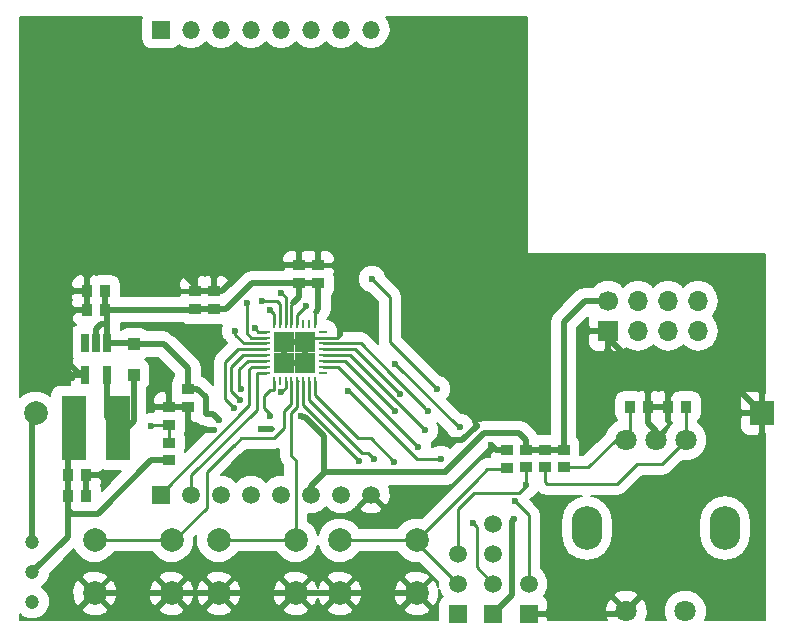
<source format=gbr>
G04 #@! TF.FileFunction,Copper,L1,Top,Signal*
%FSLAX46Y46*%
G04 Gerber Fmt 4.6, Leading zero omitted, Abs format (unit mm)*
G04 Created by KiCad (PCBNEW 4.0.2-stable) date 22/10/2018 19:31:19*
%MOMM*%
G01*
G04 APERTURE LIST*
%ADD10C,0.100000*%
%ADD11R,1.524000X1.524000*%
%ADD12O,1.500000X1.500000*%
%ADD13R,1.500000X1.500000*%
%ADD14C,1.500000*%
%ADD15R,0.889000X1.016000*%
%ADD16R,1.016000X0.889000*%
%ADD17R,1.000760X1.000760*%
%ADD18R,0.250000X0.700000*%
%ADD19R,0.700000X0.250000*%
%ADD20R,1.725000X1.725000*%
%ADD21R,2.150000X5.500000*%
%ADD22C,1.200000*%
%ADD23C,2.000000*%
%ADD24C,1.800000*%
%ADD25O,2.600000X3.700000*%
%ADD26C,1.700000*%
%ADD27R,1.700000X1.700000*%
%ADD28O,1.700000X1.700000*%
%ADD29R,0.650000X1.560000*%
%ADD30R,1.000000X0.900000*%
%ADD31R,2.000000X2.000000*%
%ADD32C,0.600000*%
%ADD33C,0.500000*%
%ADD34C,0.250000*%
%ADD35C,0.200000*%
G04 APERTURE END LIST*
D10*
D11*
X65910000Y-39070000D03*
D12*
X68450000Y-39070000D03*
X70990000Y-39070000D03*
X73530000Y-39070000D03*
X76070000Y-39070000D03*
X78610000Y-39070000D03*
X81150000Y-39070000D03*
X83690000Y-39070000D03*
D13*
X65910000Y-78440000D03*
D14*
X68450000Y-78440000D03*
X70990000Y-78440000D03*
X73530000Y-78440000D03*
X76070000Y-78440000D03*
X78610000Y-78440000D03*
X81150000Y-78440000D03*
X83690000Y-78440000D03*
D15*
X58038000Y-78600000D03*
X59562000Y-78600000D03*
X58038000Y-76800000D03*
X59562000Y-76800000D03*
D16*
X77600000Y-60562000D03*
X77600000Y-59038000D03*
X79200000Y-60562000D03*
X79200000Y-59038000D03*
X68200000Y-69488000D03*
X68200000Y-71012000D03*
X70400000Y-62762000D03*
X70400000Y-61238000D03*
X68800000Y-62762000D03*
X68800000Y-61238000D03*
D15*
X61162000Y-62800000D03*
X59638000Y-62800000D03*
X61162000Y-61200000D03*
X59638000Y-61200000D03*
X110362000Y-71000000D03*
X108838000Y-71000000D03*
D16*
X95200000Y-74638000D03*
X95200000Y-76162000D03*
D15*
X105638000Y-71000000D03*
X107162000Y-71000000D03*
D17*
X63600000Y-65699520D03*
X63600000Y-68300480D03*
D18*
X78950000Y-64000000D03*
X78450000Y-64000000D03*
X77950000Y-64000000D03*
X77450000Y-64000000D03*
X76950000Y-64000000D03*
X76450000Y-64000000D03*
X75950000Y-64000000D03*
X75450000Y-64000000D03*
D19*
X74800000Y-64650000D03*
X74800000Y-65150000D03*
X74800000Y-65650000D03*
X74800000Y-66150000D03*
X74800000Y-66650000D03*
X74800000Y-67150000D03*
X74800000Y-67650000D03*
X74800000Y-68150000D03*
D18*
X75450000Y-68800000D03*
X75950000Y-68800000D03*
X76450000Y-68800000D03*
X76950000Y-68800000D03*
X77450000Y-68800000D03*
X77950000Y-68800000D03*
X78450000Y-68800000D03*
X78950000Y-68800000D03*
D19*
X79600000Y-68150000D03*
X79600000Y-67650000D03*
X79600000Y-67150000D03*
X79600000Y-66650000D03*
X79600000Y-66150000D03*
X79600000Y-65650000D03*
X79600000Y-65150000D03*
X79600000Y-64650000D03*
D20*
X76337500Y-67262500D03*
X78062500Y-67262500D03*
X76337500Y-65537500D03*
X78062500Y-65537500D03*
D21*
X62300000Y-72800000D03*
X58500000Y-72800000D03*
D22*
X55000000Y-82500000D03*
X55000000Y-85000000D03*
X55000000Y-87500000D03*
D23*
X60300000Y-82300000D03*
X66800000Y-82300000D03*
X60300000Y-86800000D03*
X66800000Y-86800000D03*
X70800000Y-82300000D03*
X77300000Y-82300000D03*
X70800000Y-86800000D03*
X77300000Y-86800000D03*
X81050000Y-82300000D03*
X87550000Y-82300000D03*
X81050000Y-86800000D03*
X87550000Y-86800000D03*
D24*
X107800000Y-73800000D03*
X110350000Y-73800000D03*
X105250000Y-73800000D03*
X110300000Y-88300000D03*
X105300000Y-88300000D03*
D25*
X113650000Y-81300000D03*
X101950000Y-81300000D03*
D26*
X103770000Y-62050000D03*
D27*
X103770000Y-64590000D03*
D28*
X106310000Y-62050000D03*
X106310000Y-64590000D03*
X108850000Y-62050000D03*
X108850000Y-64590000D03*
X111390000Y-62050000D03*
X111390000Y-64590000D03*
D13*
X97050000Y-88550000D03*
D14*
X97050000Y-86010000D03*
D13*
X94050000Y-88550000D03*
D14*
X94050000Y-86010000D03*
X94050000Y-83470000D03*
X94050000Y-80930000D03*
D13*
X91050000Y-88550000D03*
D14*
X91050000Y-86010000D03*
X91050000Y-83470000D03*
D29*
X61350000Y-65650000D03*
X60400000Y-65650000D03*
X59450000Y-65650000D03*
X59450000Y-68350000D03*
X61350000Y-68350000D03*
D30*
X96800000Y-74650000D03*
X96800000Y-76150000D03*
X66600000Y-75550000D03*
X66600000Y-74050000D03*
X66600000Y-72550000D03*
X66600000Y-71050000D03*
X98400000Y-74650000D03*
X98400000Y-76150000D03*
X100000000Y-74650000D03*
X100000000Y-76150000D03*
D31*
X116800000Y-71550000D03*
D23*
X55300000Y-71550000D03*
D32*
X76400000Y-65600000D03*
X76337500Y-67262500D03*
X78000000Y-67200000D03*
X78062500Y-65537500D03*
X90000000Y-73850000D03*
X92650000Y-72600000D03*
X74400000Y-72900000D03*
X73300000Y-74950000D03*
X74400000Y-72900000D03*
X70400000Y-72950000D03*
X64950000Y-59350000D03*
X66500000Y-64350000D03*
X83900000Y-63550000D03*
X61250000Y-76950000D03*
X93850000Y-74250000D03*
X58350000Y-68550000D03*
X65450000Y-68300000D03*
X77800000Y-71800000D03*
X70800000Y-72100000D03*
X75100000Y-71750000D03*
X89950000Y-76550000D03*
X95800000Y-80550000D03*
X85700000Y-71400000D03*
X88250000Y-73000000D03*
X78200000Y-62500000D03*
X96800000Y-77650000D03*
X91200000Y-72750000D03*
X85750000Y-67400000D03*
X89300000Y-69500000D03*
X76100000Y-61400000D03*
X83750000Y-60200000D03*
X74500000Y-62050000D03*
X65100000Y-72650000D03*
X75100000Y-62800000D03*
X73850000Y-64350000D03*
X73150000Y-62200000D03*
X72200000Y-64600000D03*
X72100000Y-71150000D03*
X72600000Y-70400000D03*
X72650000Y-69500000D03*
X81700000Y-69650000D03*
X76100000Y-69750000D03*
X95850000Y-79000000D03*
X89600000Y-75450000D03*
X82700000Y-75600000D03*
X83900000Y-75400000D03*
X94050000Y-80930000D03*
X85650000Y-75650000D03*
X92300000Y-80850000D03*
X87650000Y-74400000D03*
X86150000Y-69950000D03*
X88500000Y-71350000D03*
D33*
X55000000Y-85000000D02*
X58000000Y-82000000D01*
X58000000Y-79826000D02*
X58038000Y-79788000D01*
X58000000Y-82000000D02*
X58000000Y-79826000D01*
X66600000Y-75550000D02*
X65100000Y-75550000D01*
X58038000Y-79788000D02*
X58038000Y-78600000D01*
X58350000Y-80100000D02*
X58038000Y-79788000D01*
X60550000Y-80100000D02*
X58350000Y-80100000D01*
X65100000Y-75550000D02*
X60550000Y-80100000D01*
X58038000Y-76800000D02*
X58038000Y-73262000D01*
X58038000Y-73262000D02*
X58500000Y-72800000D01*
X58038000Y-78600000D02*
X58038000Y-76800000D01*
X76400000Y-65600000D02*
X76337500Y-65662500D01*
X76337500Y-65662500D02*
X76337500Y-67262500D01*
X78000000Y-67200000D02*
X78062500Y-67137500D01*
X78062500Y-67137500D02*
X78062500Y-65537500D01*
X78000000Y-67200000D02*
X78062500Y-67137500D01*
X78062500Y-67137500D02*
X78062500Y-65537500D01*
X76500000Y-65500000D02*
X76337500Y-65662500D01*
X76337500Y-65662500D02*
X76337500Y-67262500D01*
X91400000Y-73850000D02*
X90000000Y-73850000D01*
X92650000Y-72600000D02*
X91400000Y-73850000D01*
X72350000Y-75900000D02*
X72000000Y-75900000D01*
X73300000Y-74950000D02*
X72350000Y-75900000D01*
X68200000Y-71012000D02*
X68200000Y-72700000D01*
X74450000Y-72850000D02*
X75300000Y-72850000D01*
X74400000Y-72900000D02*
X74450000Y-72850000D01*
X68450000Y-72950000D02*
X70400000Y-72950000D01*
X68200000Y-72700000D02*
X68450000Y-72950000D01*
X68100000Y-64850000D02*
X67000000Y-64850000D01*
X66500000Y-64350000D02*
X67000000Y-64850000D01*
X81100000Y-64900000D02*
X81100000Y-64250000D01*
D34*
X80850000Y-65150000D02*
X81100000Y-64900000D01*
X79600000Y-65150000D02*
X80850000Y-65150000D01*
D33*
X81800000Y-63550000D02*
X83900000Y-63550000D01*
X81100000Y-64250000D02*
X81800000Y-63550000D01*
D34*
X79600000Y-65150000D02*
X78450000Y-65150000D01*
X78450000Y-65150000D02*
X78062500Y-65537500D01*
D33*
X59562000Y-78600000D02*
X59562000Y-76800000D01*
X61100000Y-76800000D02*
X59562000Y-76800000D01*
X61250000Y-76950000D02*
X61100000Y-76800000D01*
X97050000Y-88550000D02*
X105050000Y-88550000D01*
X105050000Y-88550000D02*
X105300000Y-88300000D01*
X95200000Y-74638000D02*
X94238000Y-74638000D01*
X94238000Y-74638000D02*
X93850000Y-74250000D01*
X66600000Y-71050000D02*
X66600000Y-69450000D01*
X58550000Y-68350000D02*
X59450000Y-68350000D01*
X58350000Y-68550000D02*
X58550000Y-68350000D01*
X66600000Y-69450000D02*
X65450000Y-68300000D01*
X76337500Y-67262500D02*
X78062500Y-67262500D01*
X78062500Y-67262500D02*
X78062500Y-65537500D01*
X78062500Y-65537500D02*
X76337500Y-65537500D01*
X77600000Y-59038000D02*
X79200000Y-59038000D01*
X70400000Y-61238000D02*
X71112000Y-61238000D01*
X73312000Y-59038000D02*
X77600000Y-59038000D01*
X71112000Y-61238000D02*
X73312000Y-59038000D01*
X68800000Y-61238000D02*
X70400000Y-61238000D01*
X59638000Y-61200000D02*
X59638000Y-60012000D01*
X68800000Y-60700000D02*
X68800000Y-61238000D01*
X67450000Y-59350000D02*
X68800000Y-60700000D01*
X60300000Y-59350000D02*
X64950000Y-59350000D01*
X64950000Y-59350000D02*
X67450000Y-59350000D01*
X59638000Y-60012000D02*
X60300000Y-59350000D01*
X59450000Y-68350000D02*
X59100000Y-68350000D01*
X59100000Y-68350000D02*
X58200000Y-67450000D01*
X58200000Y-67450000D02*
X58200000Y-63250000D01*
X58200000Y-63250000D02*
X58650000Y-62800000D01*
X58650000Y-62800000D02*
X59638000Y-62800000D01*
X59638000Y-62800000D02*
X59638000Y-61200000D01*
X107162000Y-71000000D02*
X107162000Y-68612000D01*
X107162000Y-68612000D02*
X103770000Y-65220000D01*
X103770000Y-65220000D02*
X103770000Y-64590000D01*
X108838000Y-71000000D02*
X108838000Y-70062000D01*
X114450000Y-69200000D02*
X116800000Y-71550000D01*
X109700000Y-69200000D02*
X114450000Y-69200000D01*
X108838000Y-70062000D02*
X109700000Y-69200000D01*
X107800000Y-73800000D02*
X107800000Y-73050000D01*
X107800000Y-73050000D02*
X107162000Y-72412000D01*
X107162000Y-72412000D02*
X107162000Y-71000000D01*
X107162000Y-71000000D02*
X108838000Y-71000000D01*
X66800000Y-86800000D02*
X60300000Y-86800000D01*
X66800000Y-86800000D02*
X70800000Y-86800000D01*
X70800000Y-86800000D02*
X75900000Y-86800000D01*
X75900000Y-86800000D02*
X77300000Y-86800000D01*
X77300000Y-86800000D02*
X81050000Y-86800000D01*
X81050000Y-86800000D02*
X87550000Y-86800000D01*
X66600000Y-71050000D02*
X68188000Y-71050000D01*
X68188000Y-71050000D02*
X68200000Y-71038000D01*
D34*
X75450000Y-69600000D02*
X75150000Y-69600000D01*
X75100000Y-71600000D02*
X75100000Y-71750000D01*
X74650000Y-71150000D02*
X75100000Y-71600000D01*
X74650000Y-70100000D02*
X74650000Y-71150000D01*
X75150000Y-69600000D02*
X74650000Y-70100000D01*
D33*
X78100000Y-71850000D02*
X77850000Y-71850000D01*
X77850000Y-71850000D02*
X77800000Y-71800000D01*
X79750000Y-76600000D02*
X79750000Y-73500000D01*
X79750000Y-73500000D02*
X78100000Y-71850000D01*
X68988000Y-69488000D02*
X69700000Y-70200000D01*
X69700000Y-70200000D02*
X69700000Y-71600000D01*
X68988000Y-69488000D02*
X68200000Y-69488000D01*
X70300000Y-71600000D02*
X69700000Y-71600000D01*
X70800000Y-72100000D02*
X70300000Y-71600000D01*
D34*
X75450000Y-69600000D02*
X75450000Y-68800000D01*
X78950000Y-64000000D02*
X78950000Y-63000000D01*
D33*
X79200000Y-62750000D02*
X79000000Y-62950000D01*
X79200000Y-61800000D02*
X79200000Y-62750000D01*
X79200000Y-61700000D02*
X79200000Y-61800000D01*
X79200000Y-61700000D02*
X79200000Y-60562000D01*
D34*
X78950000Y-63000000D02*
X79000000Y-62950000D01*
X76950000Y-64000000D02*
X76950000Y-62400000D01*
D33*
X77600000Y-61750000D02*
X77100000Y-62250000D01*
X77600000Y-61750000D02*
X77600000Y-60562000D01*
D34*
X76950000Y-62400000D02*
X77100000Y-62250000D01*
D33*
X94050000Y-88550000D02*
X95650000Y-86950000D01*
X95650000Y-80700000D02*
X95650000Y-86950000D01*
X95800000Y-80550000D02*
X95650000Y-80700000D01*
X78610000Y-78440000D02*
X78610000Y-77740000D01*
X78610000Y-77740000D02*
X79750000Y-76600000D01*
X79750000Y-76600000D02*
X79800000Y-76550000D01*
X79800000Y-76550000D02*
X89950000Y-76550000D01*
X89950000Y-76550000D02*
X93250000Y-73250000D01*
X93250000Y-73250000D02*
X96250000Y-73250000D01*
X96250000Y-73250000D02*
X96800000Y-73800000D01*
X96800000Y-73800000D02*
X96800000Y-74650000D01*
X100000000Y-74650000D02*
X100000000Y-63850000D01*
X101800000Y-62050000D02*
X103770000Y-62050000D01*
X100000000Y-63850000D02*
X101800000Y-62050000D01*
X96800000Y-74650000D02*
X98400000Y-74650000D01*
X98400000Y-74650000D02*
X100000000Y-74650000D01*
X68200000Y-69488000D02*
X68200000Y-67750000D01*
X68200000Y-67750000D02*
X66149520Y-65699520D01*
X66149520Y-65699520D02*
X63600000Y-65699520D01*
X77600000Y-60562000D02*
X79200000Y-60562000D01*
X70400000Y-62762000D02*
X71438000Y-62762000D01*
X73638000Y-60562000D02*
X77600000Y-60562000D01*
X71438000Y-62762000D02*
X73638000Y-60562000D01*
X68800000Y-62762000D02*
X70400000Y-62762000D01*
X68762000Y-62800000D02*
X67200000Y-62800000D01*
X67200000Y-62800000D02*
X61162000Y-62800000D01*
X68762000Y-62800000D02*
X68800000Y-62762000D01*
X61162000Y-62800000D02*
X61162000Y-61200000D01*
X60400000Y-65650000D02*
X60400000Y-64400000D01*
X60800000Y-64000000D02*
X61350000Y-64000000D01*
X60400000Y-64400000D02*
X60800000Y-64000000D01*
X61350000Y-65650000D02*
X61350000Y-64000000D01*
X61350000Y-64000000D02*
X61350000Y-62988000D01*
X61350000Y-62988000D02*
X61162000Y-62800000D01*
X61350000Y-65650000D02*
X63550480Y-65650000D01*
X63550480Y-65650000D02*
X63600000Y-65699520D01*
D34*
X81450000Y-67150000D02*
X79600000Y-67150000D01*
X85700000Y-71400000D02*
X81450000Y-67150000D01*
X98400000Y-76150000D02*
X98400000Y-77350000D01*
X108300000Y-75850000D02*
X110350000Y-73800000D01*
X106200000Y-75850000D02*
X108300000Y-75850000D01*
X104500000Y-77550000D02*
X106200000Y-75850000D01*
X98600000Y-77550000D02*
X104500000Y-77550000D01*
X98400000Y-77350000D02*
X98600000Y-77550000D01*
X110362000Y-71000000D02*
X110362000Y-73788000D01*
X110362000Y-73788000D02*
X110350000Y-73800000D01*
X87550000Y-82300000D02*
X92550000Y-77300000D01*
X93550000Y-76300000D02*
X95062000Y-76300000D01*
X92550000Y-77300000D02*
X93550000Y-76300000D01*
X95062000Y-76300000D02*
X95200000Y-76162000D01*
X81050000Y-82300000D02*
X87550000Y-82300000D01*
X87550000Y-82300000D02*
X87550000Y-82510000D01*
X87550000Y-82510000D02*
X91050000Y-86010000D01*
X88075000Y-72825000D02*
X88075000Y-72775000D01*
X88250000Y-73000000D02*
X88075000Y-72825000D01*
X81950000Y-66650000D02*
X88075000Y-72775000D01*
X79600000Y-66650000D02*
X81950000Y-66650000D01*
X100000000Y-76150000D02*
X102100000Y-76150000D01*
X102100000Y-76150000D02*
X104450000Y-73800000D01*
X104450000Y-73800000D02*
X105250000Y-73800000D01*
X105638000Y-71000000D02*
X105638000Y-73412000D01*
X105638000Y-73412000D02*
X105250000Y-73800000D01*
X77450000Y-63250000D02*
X78200000Y-62500000D01*
X77450000Y-64000000D02*
X77450000Y-63250000D01*
X96800000Y-77650000D02*
X96800000Y-77150000D01*
X91100000Y-72750000D02*
X91200000Y-72750000D01*
X85750000Y-67400000D02*
X91100000Y-72750000D01*
X96800000Y-76150000D02*
X96800000Y-77150000D01*
X96800000Y-77150000D02*
X96800000Y-77700000D01*
X91050000Y-79700000D02*
X91050000Y-83470000D01*
X92450000Y-78300000D02*
X91050000Y-79700000D01*
X96200000Y-78300000D02*
X92450000Y-78300000D01*
X96800000Y-77700000D02*
X96200000Y-78300000D01*
X89300000Y-69500000D02*
X85300000Y-65500000D01*
X76450000Y-61750000D02*
X76100000Y-61400000D01*
X76450000Y-61750000D02*
X76450000Y-64000000D01*
X85300000Y-61750000D02*
X85300000Y-65500000D01*
X83750000Y-60200000D02*
X85300000Y-61750000D01*
X66600000Y-72550000D02*
X65200000Y-72550000D01*
X75950000Y-62300000D02*
X75700000Y-62050000D01*
X75700000Y-62050000D02*
X74500000Y-62050000D01*
X75950000Y-62300000D02*
X75950000Y-64000000D01*
X65200000Y-72550000D02*
X65100000Y-72650000D01*
X66600000Y-74050000D02*
X66600000Y-72550000D01*
X75450000Y-64000000D02*
X75450000Y-63150000D01*
X75450000Y-63150000D02*
X75100000Y-62800000D01*
X108850000Y-62050000D02*
X108250000Y-62050000D01*
X74800000Y-64650000D02*
X74150000Y-64650000D01*
X74150000Y-64650000D02*
X73850000Y-64350000D01*
X74800000Y-65150000D02*
X73550000Y-65150000D01*
X73150000Y-64750000D02*
X73150000Y-62200000D01*
X73550000Y-65150000D02*
X73150000Y-64750000D01*
X74800000Y-65650000D02*
X72950000Y-65650000D01*
X72200000Y-64900000D02*
X72200000Y-64600000D01*
X72950000Y-65650000D02*
X72200000Y-64900000D01*
X74800000Y-66150000D02*
X72400000Y-66150000D01*
X71300000Y-70350000D02*
X72100000Y-71150000D01*
X71300000Y-67250000D02*
X71300000Y-70350000D01*
X72400000Y-66150000D02*
X71300000Y-67250000D01*
X72850000Y-66650000D02*
X74800000Y-66650000D01*
X71850000Y-67650000D02*
X72850000Y-66650000D01*
X71850000Y-69650000D02*
X71850000Y-67650000D01*
X72600000Y-70400000D02*
X71850000Y-69650000D01*
X72550000Y-69400000D02*
X72550000Y-68900000D01*
X72650000Y-69500000D02*
X72550000Y-69400000D01*
X74800000Y-67150000D02*
X73250000Y-67150000D01*
X72550000Y-67850000D02*
X72550000Y-68900000D01*
X72550000Y-68900000D02*
X72550000Y-68950000D01*
X73250000Y-67150000D02*
X72550000Y-67850000D01*
X81150000Y-78440000D02*
X81150000Y-78200000D01*
X65910000Y-78440000D02*
X65910000Y-78390000D01*
X65910000Y-78390000D02*
X73400000Y-70900000D01*
X73400000Y-70900000D02*
X73400000Y-67850000D01*
X73400000Y-67850000D02*
X73600000Y-67650000D01*
X73600000Y-67650000D02*
X74800000Y-67650000D01*
X74800000Y-68150000D02*
X74050000Y-68150000D01*
X74000000Y-68200000D02*
X74000000Y-71250000D01*
X74050000Y-68150000D02*
X74000000Y-68200000D01*
X68450000Y-76800000D02*
X68450000Y-78440000D01*
X74000000Y-71250000D02*
X68450000Y-76800000D01*
X76450000Y-69400000D02*
X76100000Y-69750000D01*
X76450000Y-68800000D02*
X76450000Y-69400000D01*
X87600000Y-75450000D02*
X89600000Y-75450000D01*
X81850000Y-69700000D02*
X87600000Y-75450000D01*
X81750000Y-69700000D02*
X81850000Y-69700000D01*
X81700000Y-69650000D02*
X81750000Y-69700000D01*
X95850000Y-79000000D02*
X95950000Y-79100000D01*
X97050000Y-86010000D02*
X97050000Y-80200000D01*
X97050000Y-80200000D02*
X95950000Y-79100000D01*
X95950000Y-79100000D02*
X95850000Y-79000000D01*
X76350000Y-72800000D02*
X75500000Y-73650000D01*
X76950000Y-70750000D02*
X76350000Y-71350000D01*
X76350000Y-71350000D02*
X76350000Y-72800000D01*
X76950000Y-68800000D02*
X76950000Y-70750000D01*
X72050000Y-74300000D02*
X72050000Y-74250000D01*
X72700000Y-73650000D02*
X72050000Y-74300000D01*
X75500000Y-73650000D02*
X72700000Y-73650000D01*
X66800000Y-82300000D02*
X67050000Y-82300000D01*
X67050000Y-82300000D02*
X69800000Y-79550000D01*
X69800000Y-76500000D02*
X72050000Y-74250000D01*
X69800000Y-79550000D02*
X69800000Y-76500000D01*
X60300000Y-82300000D02*
X66800000Y-82300000D01*
X76950000Y-72750000D02*
X76950000Y-75200000D01*
X77450000Y-71000000D02*
X76950000Y-71500000D01*
X76950000Y-71500000D02*
X76950000Y-72750000D01*
X77450000Y-68800000D02*
X77450000Y-71000000D01*
X77300000Y-75550000D02*
X77300000Y-82300000D01*
X76950000Y-75200000D02*
X77300000Y-75550000D01*
X77499998Y-68800000D02*
X77450000Y-68800000D01*
X70800000Y-82300000D02*
X77300000Y-82300000D01*
X77950000Y-70850000D02*
X77950000Y-68800000D01*
X82700000Y-75600000D02*
X77950000Y-70850000D01*
X91050000Y-88550000D02*
X91050000Y-88000000D01*
X78450000Y-68800000D02*
X78450000Y-70400000D01*
X83400000Y-74900000D02*
X83900000Y-75400000D01*
X82950000Y-74900000D02*
X83400000Y-74900000D01*
X78450000Y-70400000D02*
X82950000Y-74900000D01*
X82625000Y-73675000D02*
X83675000Y-73675000D01*
X83675000Y-73675000D02*
X85650000Y-75650000D01*
X78950000Y-68800000D02*
X78950000Y-70000000D01*
X92650000Y-84610000D02*
X94050000Y-86010000D01*
X92300000Y-80850000D02*
X92650000Y-81200000D01*
X92650000Y-81200000D02*
X92650000Y-84610000D01*
X78950000Y-70000000D02*
X82625000Y-73675000D01*
X94050000Y-86010000D02*
X94050000Y-85900000D01*
X80900000Y-67650000D02*
X79600000Y-67650000D01*
X87650000Y-74400000D02*
X80900000Y-67650000D01*
X82100000Y-66150000D02*
X82300000Y-66150000D01*
X82350000Y-66150000D02*
X82893199Y-66693199D01*
X82300000Y-66150000D02*
X82350000Y-66150000D01*
X82893199Y-66693199D02*
X86150000Y-69950000D01*
X79600000Y-66150000D02*
X82100000Y-66150000D01*
X88300000Y-71200000D02*
X88300000Y-71150000D01*
X88325000Y-71175000D02*
X88300000Y-71200000D01*
X88500000Y-71350000D02*
X88325000Y-71175000D01*
X85450000Y-68300000D02*
X82800000Y-65650000D01*
X82800000Y-65650000D02*
X82800000Y-65700000D01*
X82800000Y-65700000D02*
X82800000Y-65650000D01*
X82800000Y-65650000D02*
X79600000Y-65650000D01*
X88300000Y-71150000D02*
X85450000Y-68300000D01*
D33*
X62300000Y-72800000D02*
X63000000Y-72800000D01*
X63000000Y-72800000D02*
X63600000Y-72200000D01*
X63600000Y-72200000D02*
X63600000Y-68300480D01*
X61350000Y-68350000D02*
X61350000Y-71850000D01*
X61350000Y-71850000D02*
X62300000Y-72800000D01*
X55000000Y-82500000D02*
X55000000Y-71850000D01*
X55000000Y-71850000D02*
X55300000Y-71550000D01*
X55050000Y-71800000D02*
X55300000Y-71550000D01*
D35*
G36*
X64230368Y-38308000D02*
X64230368Y-39832000D01*
X64293124Y-40165520D01*
X64490234Y-40471838D01*
X64790990Y-40677336D01*
X65148000Y-40749632D01*
X66672000Y-40749632D01*
X67005520Y-40686876D01*
X67311838Y-40489766D01*
X67411455Y-40343972D01*
X67786247Y-40594401D01*
X68417675Y-40720000D01*
X68482325Y-40720000D01*
X69113753Y-40594401D01*
X69649051Y-40236726D01*
X69720000Y-40130543D01*
X69790949Y-40236726D01*
X70326247Y-40594401D01*
X70957675Y-40720000D01*
X71022325Y-40720000D01*
X71653753Y-40594401D01*
X72189051Y-40236726D01*
X72260000Y-40130543D01*
X72330949Y-40236726D01*
X72866247Y-40594401D01*
X73497675Y-40720000D01*
X73562325Y-40720000D01*
X74193753Y-40594401D01*
X74729051Y-40236726D01*
X74800000Y-40130543D01*
X74870949Y-40236726D01*
X75406247Y-40594401D01*
X76037675Y-40720000D01*
X76102325Y-40720000D01*
X76733753Y-40594401D01*
X77269051Y-40236726D01*
X77340000Y-40130543D01*
X77410949Y-40236726D01*
X77946247Y-40594401D01*
X78577675Y-40720000D01*
X78642325Y-40720000D01*
X79273753Y-40594401D01*
X79809051Y-40236726D01*
X79880000Y-40130543D01*
X79950949Y-40236726D01*
X80486247Y-40594401D01*
X81117675Y-40720000D01*
X81182325Y-40720000D01*
X81813753Y-40594401D01*
X82349051Y-40236726D01*
X82420000Y-40130543D01*
X82490949Y-40236726D01*
X83026247Y-40594401D01*
X83657675Y-40720000D01*
X83722325Y-40720000D01*
X84353753Y-40594401D01*
X84889051Y-40236726D01*
X85246726Y-39701428D01*
X85372325Y-39070000D01*
X85246726Y-38438572D01*
X84936977Y-37975000D01*
X96900000Y-37975000D01*
X96900000Y-58000000D01*
X96907879Y-58038906D01*
X96930273Y-58071681D01*
X96963654Y-58093161D01*
X97000000Y-58100000D01*
X117025000Y-58100000D01*
X117025000Y-69804000D01*
X116954000Y-69875000D01*
X116954000Y-71396000D01*
X116974000Y-71396000D01*
X116974000Y-71704000D01*
X116954000Y-71704000D01*
X116954000Y-73225000D01*
X117025000Y-73296000D01*
X117025000Y-89025000D01*
X111947965Y-89025000D01*
X112099687Y-88659613D01*
X112100312Y-87943529D01*
X111826855Y-87281714D01*
X111320949Y-86774924D01*
X110659613Y-86500313D01*
X109943529Y-86499688D01*
X109281714Y-86773145D01*
X108774924Y-87279051D01*
X108500313Y-87940387D01*
X108499688Y-88656471D01*
X108651961Y-89025000D01*
X106951779Y-89025000D01*
X107114212Y-88577178D01*
X107082185Y-87861810D01*
X106870042Y-87349652D01*
X106542304Y-87275485D01*
X105517789Y-88300000D01*
X105531931Y-88314142D01*
X105314142Y-88531931D01*
X105300000Y-88517789D01*
X105285858Y-88531931D01*
X105068069Y-88314142D01*
X105082211Y-88300000D01*
X104057696Y-87275485D01*
X103729958Y-87349652D01*
X103485788Y-88022822D01*
X103517815Y-88738190D01*
X103636616Y-89025000D01*
X98700000Y-89025000D01*
X98700000Y-88929000D01*
X98475000Y-88704000D01*
X97204000Y-88704000D01*
X97204000Y-88724000D01*
X96896000Y-88724000D01*
X96896000Y-88704000D01*
X96876000Y-88704000D01*
X96876000Y-88396000D01*
X96896000Y-88396000D01*
X96896000Y-88376000D01*
X97204000Y-88376000D01*
X97204000Y-88396000D01*
X98475000Y-88396000D01*
X98700000Y-88171000D01*
X98700000Y-87620979D01*
X98562983Y-87290191D01*
X98333224Y-87060432D01*
X98335964Y-87057696D01*
X104275485Y-87057696D01*
X105300000Y-88082211D01*
X106324515Y-87057696D01*
X106250348Y-86729958D01*
X105577178Y-86485788D01*
X104861810Y-86517815D01*
X104349652Y-86729958D01*
X104275485Y-87057696D01*
X98335964Y-87057696D01*
X98447986Y-86945870D01*
X98699713Y-86339645D01*
X98700285Y-85683235D01*
X98449617Y-85076571D01*
X98075000Y-84701300D01*
X98075000Y-80200000D01*
X97996977Y-79807749D01*
X97898196Y-79659914D01*
X97774785Y-79475216D01*
X97124568Y-78825000D01*
X97142816Y-78806752D01*
X97478857Y-78667903D01*
X97816717Y-78330633D01*
X97850267Y-78249836D01*
X97875216Y-78274785D01*
X98025522Y-78375216D01*
X98207749Y-78496977D01*
X98600000Y-78575000D01*
X101553463Y-78575000D01*
X101108096Y-78663589D01*
X100394365Y-79140489D01*
X99917465Y-79854220D01*
X99750000Y-80696124D01*
X99750000Y-81903876D01*
X99917465Y-82745780D01*
X100394365Y-83459511D01*
X101108096Y-83936411D01*
X101950000Y-84103876D01*
X102791904Y-83936411D01*
X103505635Y-83459511D01*
X103982535Y-82745780D01*
X104150000Y-81903876D01*
X104150000Y-80696124D01*
X111450000Y-80696124D01*
X111450000Y-81903876D01*
X111617465Y-82745780D01*
X112094365Y-83459511D01*
X112808096Y-83936411D01*
X113650000Y-84103876D01*
X114491904Y-83936411D01*
X115205635Y-83459511D01*
X115682535Y-82745780D01*
X115850000Y-81903876D01*
X115850000Y-80696124D01*
X115682535Y-79854220D01*
X115205635Y-79140489D01*
X114491904Y-78663589D01*
X113650000Y-78496124D01*
X112808096Y-78663589D01*
X112094365Y-79140489D01*
X111617465Y-79854220D01*
X111450000Y-80696124D01*
X104150000Y-80696124D01*
X103982535Y-79854220D01*
X103505635Y-79140489D01*
X102791904Y-78663589D01*
X102346537Y-78575000D01*
X104500000Y-78575000D01*
X104892251Y-78496977D01*
X105224784Y-78274784D01*
X106624568Y-76875000D01*
X108300000Y-76875000D01*
X108692251Y-76796977D01*
X109024784Y-76574784D01*
X109999873Y-75599695D01*
X110706471Y-75600312D01*
X111368286Y-75326855D01*
X111875076Y-74820949D01*
X112149687Y-74159613D01*
X112150312Y-73443529D01*
X111876855Y-72781714D01*
X111387000Y-72291003D01*
X111387000Y-72203949D01*
X111446338Y-72165766D01*
X111608113Y-71929000D01*
X114900000Y-71929000D01*
X114900000Y-72729021D01*
X115037017Y-73059809D01*
X115290191Y-73312983D01*
X115620979Y-73450000D01*
X116421000Y-73450000D01*
X116646000Y-73225000D01*
X116646000Y-71704000D01*
X115125000Y-71704000D01*
X114900000Y-71929000D01*
X111608113Y-71929000D01*
X111651836Y-71865010D01*
X111724132Y-71508000D01*
X111724132Y-70492000D01*
X111701361Y-70370979D01*
X114900000Y-70370979D01*
X114900000Y-71171000D01*
X115125000Y-71396000D01*
X116646000Y-71396000D01*
X116646000Y-69875000D01*
X116421000Y-69650000D01*
X115620979Y-69650000D01*
X115290191Y-69787017D01*
X115037017Y-70040191D01*
X114900000Y-70370979D01*
X111701361Y-70370979D01*
X111661376Y-70158480D01*
X111464266Y-69852162D01*
X111163510Y-69646664D01*
X110806500Y-69574368D01*
X109917500Y-69574368D01*
X109583980Y-69637124D01*
X109578685Y-69640531D01*
X109461521Y-69592000D01*
X109217000Y-69592000D01*
X108992000Y-69817000D01*
X108992000Y-70846000D01*
X108999868Y-70846000D01*
X108999868Y-71154000D01*
X108992000Y-71154000D01*
X108992000Y-72183000D01*
X109206821Y-72397821D01*
X108824924Y-72779051D01*
X108673096Y-73144693D01*
X108017789Y-73800000D01*
X108031931Y-73814142D01*
X107814142Y-74031931D01*
X107800000Y-74017789D01*
X107785858Y-74031931D01*
X107568069Y-73814142D01*
X107582211Y-73800000D01*
X107568069Y-73785858D01*
X107785858Y-73568069D01*
X107800000Y-73582211D01*
X108824515Y-72557696D01*
X108750348Y-72229958D01*
X108667201Y-72199799D01*
X108684000Y-72183000D01*
X108684000Y-71154000D01*
X107316000Y-71154000D01*
X107316000Y-71174000D01*
X107008000Y-71174000D01*
X107008000Y-71154000D01*
X107000132Y-71154000D01*
X107000132Y-70846000D01*
X107008000Y-70846000D01*
X107008000Y-69817000D01*
X107316000Y-69817000D01*
X107316000Y-70846000D01*
X108684000Y-70846000D01*
X108684000Y-69817000D01*
X108459000Y-69592000D01*
X108214479Y-69592000D01*
X108000000Y-69680840D01*
X107785521Y-69592000D01*
X107541000Y-69592000D01*
X107316000Y-69817000D01*
X107008000Y-69817000D01*
X106783000Y-69592000D01*
X106538479Y-69592000D01*
X106417345Y-69642175D01*
X106082500Y-69574368D01*
X105193500Y-69574368D01*
X104859980Y-69637124D01*
X104553662Y-69834234D01*
X104348164Y-70134990D01*
X104275868Y-70492000D01*
X104275868Y-71508000D01*
X104338624Y-71841520D01*
X104535576Y-72147592D01*
X104231714Y-72273145D01*
X103724924Y-72779051D01*
X103514412Y-73286019D01*
X101675432Y-75125000D01*
X101412569Y-75125000D01*
X101417632Y-75100000D01*
X101417632Y-74200000D01*
X101354876Y-73866480D01*
X101157766Y-73560162D01*
X101150000Y-73554856D01*
X101150000Y-64969000D01*
X102020000Y-64969000D01*
X102020000Y-65619021D01*
X102157017Y-65949809D01*
X102410191Y-66202983D01*
X102740979Y-66340000D01*
X103391000Y-66340000D01*
X103616000Y-66115000D01*
X103616000Y-64744000D01*
X102245000Y-64744000D01*
X102020000Y-64969000D01*
X101150000Y-64969000D01*
X101150000Y-64326346D01*
X102093987Y-63382359D01*
X102020000Y-63560979D01*
X102020000Y-64211000D01*
X102245000Y-64436000D01*
X103616000Y-64436000D01*
X103616000Y-64416000D01*
X103924000Y-64416000D01*
X103924000Y-64436000D01*
X103944000Y-64436000D01*
X103944000Y-64744000D01*
X103924000Y-64744000D01*
X103924000Y-66115000D01*
X104149000Y-66340000D01*
X104799021Y-66340000D01*
X105129809Y-66202983D01*
X105311451Y-66021341D01*
X105640304Y-66241074D01*
X106310000Y-66374285D01*
X106979696Y-66241074D01*
X107547437Y-65861722D01*
X107580000Y-65812988D01*
X107612563Y-65861722D01*
X108180304Y-66241074D01*
X108850000Y-66374285D01*
X109519696Y-66241074D01*
X110087437Y-65861722D01*
X110120000Y-65812988D01*
X110152563Y-65861722D01*
X110720304Y-66241074D01*
X111390000Y-66374285D01*
X112059696Y-66241074D01*
X112627437Y-65861722D01*
X113006789Y-65293981D01*
X113140000Y-64624285D01*
X113140000Y-64555715D01*
X113006789Y-63886019D01*
X112628588Y-63320000D01*
X113006789Y-62753981D01*
X113140000Y-62084285D01*
X113140000Y-62015715D01*
X113006789Y-61346019D01*
X112627437Y-60778278D01*
X112059696Y-60398926D01*
X111390000Y-60265715D01*
X110720304Y-60398926D01*
X110152563Y-60778278D01*
X110120000Y-60827012D01*
X110087437Y-60778278D01*
X109519696Y-60398926D01*
X108850000Y-60265715D01*
X108180304Y-60398926D01*
X107612563Y-60778278D01*
X107580000Y-60827012D01*
X107547437Y-60778278D01*
X106979696Y-60398926D01*
X106310000Y-60265715D01*
X105640304Y-60398926D01*
X105072563Y-60778278D01*
X105032727Y-60837896D01*
X104762590Y-60567287D01*
X104119624Y-60300304D01*
X103423431Y-60299696D01*
X102779999Y-60565557D01*
X102444972Y-60900000D01*
X101800000Y-60900000D01*
X101359914Y-60987539D01*
X100986827Y-61236827D01*
X99186827Y-63036827D01*
X98937539Y-63409914D01*
X98850000Y-63850000D01*
X98850000Y-73282368D01*
X97900000Y-73282368D01*
X97820626Y-73297303D01*
X97613173Y-72986827D01*
X97613170Y-72986825D01*
X97063173Y-72436827D01*
X96690086Y-72187539D01*
X96250000Y-72100000D01*
X93250000Y-72100000D01*
X92809914Y-72187539D01*
X92473455Y-72412353D01*
X92436827Y-72436827D01*
X92388832Y-72484822D01*
X92217903Y-72071143D01*
X91880633Y-71733283D01*
X91439742Y-71550209D01*
X91349699Y-71550131D01*
X90148312Y-70348744D01*
X90316717Y-70180633D01*
X90499791Y-69739742D01*
X90500207Y-69262353D01*
X90317903Y-68821143D01*
X89980633Y-68483283D01*
X89556904Y-68307335D01*
X86325000Y-65075432D01*
X86325000Y-61750000D01*
X86246977Y-61357749D01*
X86024784Y-61025216D01*
X84941959Y-59942391D01*
X84767903Y-59521143D01*
X84430633Y-59183283D01*
X83989742Y-59000209D01*
X83512353Y-58999793D01*
X83071143Y-59182097D01*
X82733283Y-59519367D01*
X82550209Y-59960258D01*
X82549793Y-60437647D01*
X82732097Y-60878857D01*
X83069367Y-61216717D01*
X83493097Y-61392665D01*
X84275000Y-62174568D01*
X84275000Y-65500000D01*
X84318560Y-65718992D01*
X83524784Y-64925216D01*
X83192251Y-64703023D01*
X82800000Y-64625000D01*
X80867632Y-64625000D01*
X80867632Y-64525000D01*
X80804876Y-64191480D01*
X80607766Y-63885162D01*
X80307010Y-63679664D01*
X79985981Y-63614654D01*
X79982135Y-63594211D01*
X80013173Y-63563173D01*
X80069511Y-63478857D01*
X80262461Y-63190086D01*
X80350000Y-62750000D01*
X80350000Y-61661102D01*
X80553336Y-61363510D01*
X80625632Y-61006500D01*
X80625632Y-60117500D01*
X80562876Y-59783980D01*
X80559469Y-59778685D01*
X80608000Y-59661521D01*
X80608000Y-59417000D01*
X80383000Y-59192000D01*
X79354000Y-59192000D01*
X79354000Y-59199868D01*
X79046000Y-59199868D01*
X79046000Y-59192000D01*
X77754000Y-59192000D01*
X77754000Y-59199868D01*
X77446000Y-59199868D01*
X77446000Y-59192000D01*
X76417000Y-59192000D01*
X76197000Y-59412000D01*
X73638000Y-59412000D01*
X73197914Y-59499539D01*
X72955490Y-59661521D01*
X72824827Y-59748827D01*
X71808000Y-60765654D01*
X71808000Y-60614479D01*
X71670983Y-60283691D01*
X71417809Y-60030517D01*
X71087021Y-59893500D01*
X70779000Y-59893500D01*
X70554000Y-60118500D01*
X70554000Y-61084000D01*
X70574000Y-61084000D01*
X70574000Y-61392000D01*
X70554000Y-61392000D01*
X70554000Y-61399868D01*
X70246000Y-61399868D01*
X70246000Y-61392000D01*
X68954000Y-61392000D01*
X68954000Y-61399868D01*
X68646000Y-61399868D01*
X68646000Y-61392000D01*
X67617000Y-61392000D01*
X67392000Y-61617000D01*
X67392000Y-61650000D01*
X62524132Y-61650000D01*
X62524132Y-60692000D01*
X62509546Y-60614479D01*
X67392000Y-60614479D01*
X67392000Y-60859000D01*
X67617000Y-61084000D01*
X68646000Y-61084000D01*
X68646000Y-60118500D01*
X68954000Y-60118500D01*
X68954000Y-61084000D01*
X70246000Y-61084000D01*
X70246000Y-60118500D01*
X70021000Y-59893500D01*
X69712979Y-59893500D01*
X69600000Y-59940297D01*
X69487021Y-59893500D01*
X69179000Y-59893500D01*
X68954000Y-60118500D01*
X68646000Y-60118500D01*
X68421000Y-59893500D01*
X68112979Y-59893500D01*
X67782191Y-60030517D01*
X67529017Y-60283691D01*
X67392000Y-60614479D01*
X62509546Y-60614479D01*
X62461376Y-60358480D01*
X62264266Y-60052162D01*
X61963510Y-59846664D01*
X61606500Y-59774368D01*
X60717500Y-59774368D01*
X60383980Y-59837124D01*
X60378685Y-59840531D01*
X60261521Y-59792000D01*
X60017000Y-59792000D01*
X59792000Y-60017000D01*
X59792000Y-61046000D01*
X59799868Y-61046000D01*
X59799868Y-61354000D01*
X59792000Y-61354000D01*
X59792000Y-62646000D01*
X59799868Y-62646000D01*
X59799868Y-62954000D01*
X59792000Y-62954000D01*
X59792000Y-62974000D01*
X59484000Y-62974000D01*
X59484000Y-62954000D01*
X58518500Y-62954000D01*
X58293500Y-63179000D01*
X58293500Y-63487021D01*
X58430517Y-63817809D01*
X58683691Y-64070983D01*
X58696456Y-64076270D01*
X58485162Y-64212234D01*
X58279664Y-64512990D01*
X58207368Y-64870000D01*
X58207368Y-66430000D01*
X58270124Y-66763520D01*
X58422261Y-66999947D01*
X58362017Y-67060191D01*
X58225000Y-67390979D01*
X58225000Y-67971000D01*
X58450000Y-68196000D01*
X59296000Y-68196000D01*
X59296000Y-68176000D01*
X59604000Y-68176000D01*
X59604000Y-68196000D01*
X59624000Y-68196000D01*
X59624000Y-68504000D01*
X59604000Y-68504000D01*
X59604000Y-68524000D01*
X59296000Y-68524000D01*
X59296000Y-68504000D01*
X58450000Y-68504000D01*
X58225000Y-68729000D01*
X58225000Y-69132368D01*
X57425000Y-69132368D01*
X57091480Y-69195124D01*
X56785162Y-69392234D01*
X56579664Y-69692990D01*
X56507368Y-70050000D01*
X56507368Y-70070124D01*
X56377669Y-69940198D01*
X55679591Y-69650331D01*
X54923725Y-69649671D01*
X54225143Y-69938319D01*
X53975000Y-70188026D01*
X53975000Y-61579000D01*
X58293500Y-61579000D01*
X58293500Y-61887021D01*
X58340297Y-62000000D01*
X58293500Y-62112979D01*
X58293500Y-62421000D01*
X58518500Y-62646000D01*
X59484000Y-62646000D01*
X59484000Y-61354000D01*
X58518500Y-61354000D01*
X58293500Y-61579000D01*
X53975000Y-61579000D01*
X53975000Y-60512979D01*
X58293500Y-60512979D01*
X58293500Y-60821000D01*
X58518500Y-61046000D01*
X59484000Y-61046000D01*
X59484000Y-60017000D01*
X59259000Y-59792000D01*
X59014479Y-59792000D01*
X58683691Y-59929017D01*
X58430517Y-60182191D01*
X58293500Y-60512979D01*
X53975000Y-60512979D01*
X53975000Y-58414479D01*
X76192000Y-58414479D01*
X76192000Y-58659000D01*
X76417000Y-58884000D01*
X77446000Y-58884000D01*
X77446000Y-57918500D01*
X77754000Y-57918500D01*
X77754000Y-58884000D01*
X79046000Y-58884000D01*
X79046000Y-57918500D01*
X79354000Y-57918500D01*
X79354000Y-58884000D01*
X80383000Y-58884000D01*
X80608000Y-58659000D01*
X80608000Y-58414479D01*
X80470983Y-58083691D01*
X80217809Y-57830517D01*
X79887021Y-57693500D01*
X79579000Y-57693500D01*
X79354000Y-57918500D01*
X79046000Y-57918500D01*
X78821000Y-57693500D01*
X78512979Y-57693500D01*
X78400000Y-57740297D01*
X78287021Y-57693500D01*
X77979000Y-57693500D01*
X77754000Y-57918500D01*
X77446000Y-57918500D01*
X77221000Y-57693500D01*
X76912979Y-57693500D01*
X76582191Y-57830517D01*
X76329017Y-58083691D01*
X76192000Y-58414479D01*
X53975000Y-58414479D01*
X53975000Y-37975000D01*
X64297802Y-37975000D01*
X64230368Y-38308000D01*
X64230368Y-38308000D01*
G37*
X64230368Y-38308000D02*
X64230368Y-39832000D01*
X64293124Y-40165520D01*
X64490234Y-40471838D01*
X64790990Y-40677336D01*
X65148000Y-40749632D01*
X66672000Y-40749632D01*
X67005520Y-40686876D01*
X67311838Y-40489766D01*
X67411455Y-40343972D01*
X67786247Y-40594401D01*
X68417675Y-40720000D01*
X68482325Y-40720000D01*
X69113753Y-40594401D01*
X69649051Y-40236726D01*
X69720000Y-40130543D01*
X69790949Y-40236726D01*
X70326247Y-40594401D01*
X70957675Y-40720000D01*
X71022325Y-40720000D01*
X71653753Y-40594401D01*
X72189051Y-40236726D01*
X72260000Y-40130543D01*
X72330949Y-40236726D01*
X72866247Y-40594401D01*
X73497675Y-40720000D01*
X73562325Y-40720000D01*
X74193753Y-40594401D01*
X74729051Y-40236726D01*
X74800000Y-40130543D01*
X74870949Y-40236726D01*
X75406247Y-40594401D01*
X76037675Y-40720000D01*
X76102325Y-40720000D01*
X76733753Y-40594401D01*
X77269051Y-40236726D01*
X77340000Y-40130543D01*
X77410949Y-40236726D01*
X77946247Y-40594401D01*
X78577675Y-40720000D01*
X78642325Y-40720000D01*
X79273753Y-40594401D01*
X79809051Y-40236726D01*
X79880000Y-40130543D01*
X79950949Y-40236726D01*
X80486247Y-40594401D01*
X81117675Y-40720000D01*
X81182325Y-40720000D01*
X81813753Y-40594401D01*
X82349051Y-40236726D01*
X82420000Y-40130543D01*
X82490949Y-40236726D01*
X83026247Y-40594401D01*
X83657675Y-40720000D01*
X83722325Y-40720000D01*
X84353753Y-40594401D01*
X84889051Y-40236726D01*
X85246726Y-39701428D01*
X85372325Y-39070000D01*
X85246726Y-38438572D01*
X84936977Y-37975000D01*
X96900000Y-37975000D01*
X96900000Y-58000000D01*
X96907879Y-58038906D01*
X96930273Y-58071681D01*
X96963654Y-58093161D01*
X97000000Y-58100000D01*
X117025000Y-58100000D01*
X117025000Y-69804000D01*
X116954000Y-69875000D01*
X116954000Y-71396000D01*
X116974000Y-71396000D01*
X116974000Y-71704000D01*
X116954000Y-71704000D01*
X116954000Y-73225000D01*
X117025000Y-73296000D01*
X117025000Y-89025000D01*
X111947965Y-89025000D01*
X112099687Y-88659613D01*
X112100312Y-87943529D01*
X111826855Y-87281714D01*
X111320949Y-86774924D01*
X110659613Y-86500313D01*
X109943529Y-86499688D01*
X109281714Y-86773145D01*
X108774924Y-87279051D01*
X108500313Y-87940387D01*
X108499688Y-88656471D01*
X108651961Y-89025000D01*
X106951779Y-89025000D01*
X107114212Y-88577178D01*
X107082185Y-87861810D01*
X106870042Y-87349652D01*
X106542304Y-87275485D01*
X105517789Y-88300000D01*
X105531931Y-88314142D01*
X105314142Y-88531931D01*
X105300000Y-88517789D01*
X105285858Y-88531931D01*
X105068069Y-88314142D01*
X105082211Y-88300000D01*
X104057696Y-87275485D01*
X103729958Y-87349652D01*
X103485788Y-88022822D01*
X103517815Y-88738190D01*
X103636616Y-89025000D01*
X98700000Y-89025000D01*
X98700000Y-88929000D01*
X98475000Y-88704000D01*
X97204000Y-88704000D01*
X97204000Y-88724000D01*
X96896000Y-88724000D01*
X96896000Y-88704000D01*
X96876000Y-88704000D01*
X96876000Y-88396000D01*
X96896000Y-88396000D01*
X96896000Y-88376000D01*
X97204000Y-88376000D01*
X97204000Y-88396000D01*
X98475000Y-88396000D01*
X98700000Y-88171000D01*
X98700000Y-87620979D01*
X98562983Y-87290191D01*
X98333224Y-87060432D01*
X98335964Y-87057696D01*
X104275485Y-87057696D01*
X105300000Y-88082211D01*
X106324515Y-87057696D01*
X106250348Y-86729958D01*
X105577178Y-86485788D01*
X104861810Y-86517815D01*
X104349652Y-86729958D01*
X104275485Y-87057696D01*
X98335964Y-87057696D01*
X98447986Y-86945870D01*
X98699713Y-86339645D01*
X98700285Y-85683235D01*
X98449617Y-85076571D01*
X98075000Y-84701300D01*
X98075000Y-80200000D01*
X97996977Y-79807749D01*
X97898196Y-79659914D01*
X97774785Y-79475216D01*
X97124568Y-78825000D01*
X97142816Y-78806752D01*
X97478857Y-78667903D01*
X97816717Y-78330633D01*
X97850267Y-78249836D01*
X97875216Y-78274785D01*
X98025522Y-78375216D01*
X98207749Y-78496977D01*
X98600000Y-78575000D01*
X101553463Y-78575000D01*
X101108096Y-78663589D01*
X100394365Y-79140489D01*
X99917465Y-79854220D01*
X99750000Y-80696124D01*
X99750000Y-81903876D01*
X99917465Y-82745780D01*
X100394365Y-83459511D01*
X101108096Y-83936411D01*
X101950000Y-84103876D01*
X102791904Y-83936411D01*
X103505635Y-83459511D01*
X103982535Y-82745780D01*
X104150000Y-81903876D01*
X104150000Y-80696124D01*
X111450000Y-80696124D01*
X111450000Y-81903876D01*
X111617465Y-82745780D01*
X112094365Y-83459511D01*
X112808096Y-83936411D01*
X113650000Y-84103876D01*
X114491904Y-83936411D01*
X115205635Y-83459511D01*
X115682535Y-82745780D01*
X115850000Y-81903876D01*
X115850000Y-80696124D01*
X115682535Y-79854220D01*
X115205635Y-79140489D01*
X114491904Y-78663589D01*
X113650000Y-78496124D01*
X112808096Y-78663589D01*
X112094365Y-79140489D01*
X111617465Y-79854220D01*
X111450000Y-80696124D01*
X104150000Y-80696124D01*
X103982535Y-79854220D01*
X103505635Y-79140489D01*
X102791904Y-78663589D01*
X102346537Y-78575000D01*
X104500000Y-78575000D01*
X104892251Y-78496977D01*
X105224784Y-78274784D01*
X106624568Y-76875000D01*
X108300000Y-76875000D01*
X108692251Y-76796977D01*
X109024784Y-76574784D01*
X109999873Y-75599695D01*
X110706471Y-75600312D01*
X111368286Y-75326855D01*
X111875076Y-74820949D01*
X112149687Y-74159613D01*
X112150312Y-73443529D01*
X111876855Y-72781714D01*
X111387000Y-72291003D01*
X111387000Y-72203949D01*
X111446338Y-72165766D01*
X111608113Y-71929000D01*
X114900000Y-71929000D01*
X114900000Y-72729021D01*
X115037017Y-73059809D01*
X115290191Y-73312983D01*
X115620979Y-73450000D01*
X116421000Y-73450000D01*
X116646000Y-73225000D01*
X116646000Y-71704000D01*
X115125000Y-71704000D01*
X114900000Y-71929000D01*
X111608113Y-71929000D01*
X111651836Y-71865010D01*
X111724132Y-71508000D01*
X111724132Y-70492000D01*
X111701361Y-70370979D01*
X114900000Y-70370979D01*
X114900000Y-71171000D01*
X115125000Y-71396000D01*
X116646000Y-71396000D01*
X116646000Y-69875000D01*
X116421000Y-69650000D01*
X115620979Y-69650000D01*
X115290191Y-69787017D01*
X115037017Y-70040191D01*
X114900000Y-70370979D01*
X111701361Y-70370979D01*
X111661376Y-70158480D01*
X111464266Y-69852162D01*
X111163510Y-69646664D01*
X110806500Y-69574368D01*
X109917500Y-69574368D01*
X109583980Y-69637124D01*
X109578685Y-69640531D01*
X109461521Y-69592000D01*
X109217000Y-69592000D01*
X108992000Y-69817000D01*
X108992000Y-70846000D01*
X108999868Y-70846000D01*
X108999868Y-71154000D01*
X108992000Y-71154000D01*
X108992000Y-72183000D01*
X109206821Y-72397821D01*
X108824924Y-72779051D01*
X108673096Y-73144693D01*
X108017789Y-73800000D01*
X108031931Y-73814142D01*
X107814142Y-74031931D01*
X107800000Y-74017789D01*
X107785858Y-74031931D01*
X107568069Y-73814142D01*
X107582211Y-73800000D01*
X107568069Y-73785858D01*
X107785858Y-73568069D01*
X107800000Y-73582211D01*
X108824515Y-72557696D01*
X108750348Y-72229958D01*
X108667201Y-72199799D01*
X108684000Y-72183000D01*
X108684000Y-71154000D01*
X107316000Y-71154000D01*
X107316000Y-71174000D01*
X107008000Y-71174000D01*
X107008000Y-71154000D01*
X107000132Y-71154000D01*
X107000132Y-70846000D01*
X107008000Y-70846000D01*
X107008000Y-69817000D01*
X107316000Y-69817000D01*
X107316000Y-70846000D01*
X108684000Y-70846000D01*
X108684000Y-69817000D01*
X108459000Y-69592000D01*
X108214479Y-69592000D01*
X108000000Y-69680840D01*
X107785521Y-69592000D01*
X107541000Y-69592000D01*
X107316000Y-69817000D01*
X107008000Y-69817000D01*
X106783000Y-69592000D01*
X106538479Y-69592000D01*
X106417345Y-69642175D01*
X106082500Y-69574368D01*
X105193500Y-69574368D01*
X104859980Y-69637124D01*
X104553662Y-69834234D01*
X104348164Y-70134990D01*
X104275868Y-70492000D01*
X104275868Y-71508000D01*
X104338624Y-71841520D01*
X104535576Y-72147592D01*
X104231714Y-72273145D01*
X103724924Y-72779051D01*
X103514412Y-73286019D01*
X101675432Y-75125000D01*
X101412569Y-75125000D01*
X101417632Y-75100000D01*
X101417632Y-74200000D01*
X101354876Y-73866480D01*
X101157766Y-73560162D01*
X101150000Y-73554856D01*
X101150000Y-64969000D01*
X102020000Y-64969000D01*
X102020000Y-65619021D01*
X102157017Y-65949809D01*
X102410191Y-66202983D01*
X102740979Y-66340000D01*
X103391000Y-66340000D01*
X103616000Y-66115000D01*
X103616000Y-64744000D01*
X102245000Y-64744000D01*
X102020000Y-64969000D01*
X101150000Y-64969000D01*
X101150000Y-64326346D01*
X102093987Y-63382359D01*
X102020000Y-63560979D01*
X102020000Y-64211000D01*
X102245000Y-64436000D01*
X103616000Y-64436000D01*
X103616000Y-64416000D01*
X103924000Y-64416000D01*
X103924000Y-64436000D01*
X103944000Y-64436000D01*
X103944000Y-64744000D01*
X103924000Y-64744000D01*
X103924000Y-66115000D01*
X104149000Y-66340000D01*
X104799021Y-66340000D01*
X105129809Y-66202983D01*
X105311451Y-66021341D01*
X105640304Y-66241074D01*
X106310000Y-66374285D01*
X106979696Y-66241074D01*
X107547437Y-65861722D01*
X107580000Y-65812988D01*
X107612563Y-65861722D01*
X108180304Y-66241074D01*
X108850000Y-66374285D01*
X109519696Y-66241074D01*
X110087437Y-65861722D01*
X110120000Y-65812988D01*
X110152563Y-65861722D01*
X110720304Y-66241074D01*
X111390000Y-66374285D01*
X112059696Y-66241074D01*
X112627437Y-65861722D01*
X113006789Y-65293981D01*
X113140000Y-64624285D01*
X113140000Y-64555715D01*
X113006789Y-63886019D01*
X112628588Y-63320000D01*
X113006789Y-62753981D01*
X113140000Y-62084285D01*
X113140000Y-62015715D01*
X113006789Y-61346019D01*
X112627437Y-60778278D01*
X112059696Y-60398926D01*
X111390000Y-60265715D01*
X110720304Y-60398926D01*
X110152563Y-60778278D01*
X110120000Y-60827012D01*
X110087437Y-60778278D01*
X109519696Y-60398926D01*
X108850000Y-60265715D01*
X108180304Y-60398926D01*
X107612563Y-60778278D01*
X107580000Y-60827012D01*
X107547437Y-60778278D01*
X106979696Y-60398926D01*
X106310000Y-60265715D01*
X105640304Y-60398926D01*
X105072563Y-60778278D01*
X105032727Y-60837896D01*
X104762590Y-60567287D01*
X104119624Y-60300304D01*
X103423431Y-60299696D01*
X102779999Y-60565557D01*
X102444972Y-60900000D01*
X101800000Y-60900000D01*
X101359914Y-60987539D01*
X100986827Y-61236827D01*
X99186827Y-63036827D01*
X98937539Y-63409914D01*
X98850000Y-63850000D01*
X98850000Y-73282368D01*
X97900000Y-73282368D01*
X97820626Y-73297303D01*
X97613173Y-72986827D01*
X97613170Y-72986825D01*
X97063173Y-72436827D01*
X96690086Y-72187539D01*
X96250000Y-72100000D01*
X93250000Y-72100000D01*
X92809914Y-72187539D01*
X92473455Y-72412353D01*
X92436827Y-72436827D01*
X92388832Y-72484822D01*
X92217903Y-72071143D01*
X91880633Y-71733283D01*
X91439742Y-71550209D01*
X91349699Y-71550131D01*
X90148312Y-70348744D01*
X90316717Y-70180633D01*
X90499791Y-69739742D01*
X90500207Y-69262353D01*
X90317903Y-68821143D01*
X89980633Y-68483283D01*
X89556904Y-68307335D01*
X86325000Y-65075432D01*
X86325000Y-61750000D01*
X86246977Y-61357749D01*
X86024784Y-61025216D01*
X84941959Y-59942391D01*
X84767903Y-59521143D01*
X84430633Y-59183283D01*
X83989742Y-59000209D01*
X83512353Y-58999793D01*
X83071143Y-59182097D01*
X82733283Y-59519367D01*
X82550209Y-59960258D01*
X82549793Y-60437647D01*
X82732097Y-60878857D01*
X83069367Y-61216717D01*
X83493097Y-61392665D01*
X84275000Y-62174568D01*
X84275000Y-65500000D01*
X84318560Y-65718992D01*
X83524784Y-64925216D01*
X83192251Y-64703023D01*
X82800000Y-64625000D01*
X80867632Y-64625000D01*
X80867632Y-64525000D01*
X80804876Y-64191480D01*
X80607766Y-63885162D01*
X80307010Y-63679664D01*
X79985981Y-63614654D01*
X79982135Y-63594211D01*
X80013173Y-63563173D01*
X80069511Y-63478857D01*
X80262461Y-63190086D01*
X80350000Y-62750000D01*
X80350000Y-61661102D01*
X80553336Y-61363510D01*
X80625632Y-61006500D01*
X80625632Y-60117500D01*
X80562876Y-59783980D01*
X80559469Y-59778685D01*
X80608000Y-59661521D01*
X80608000Y-59417000D01*
X80383000Y-59192000D01*
X79354000Y-59192000D01*
X79354000Y-59199868D01*
X79046000Y-59199868D01*
X79046000Y-59192000D01*
X77754000Y-59192000D01*
X77754000Y-59199868D01*
X77446000Y-59199868D01*
X77446000Y-59192000D01*
X76417000Y-59192000D01*
X76197000Y-59412000D01*
X73638000Y-59412000D01*
X73197914Y-59499539D01*
X72955490Y-59661521D01*
X72824827Y-59748827D01*
X71808000Y-60765654D01*
X71808000Y-60614479D01*
X71670983Y-60283691D01*
X71417809Y-60030517D01*
X71087021Y-59893500D01*
X70779000Y-59893500D01*
X70554000Y-60118500D01*
X70554000Y-61084000D01*
X70574000Y-61084000D01*
X70574000Y-61392000D01*
X70554000Y-61392000D01*
X70554000Y-61399868D01*
X70246000Y-61399868D01*
X70246000Y-61392000D01*
X68954000Y-61392000D01*
X68954000Y-61399868D01*
X68646000Y-61399868D01*
X68646000Y-61392000D01*
X67617000Y-61392000D01*
X67392000Y-61617000D01*
X67392000Y-61650000D01*
X62524132Y-61650000D01*
X62524132Y-60692000D01*
X62509546Y-60614479D01*
X67392000Y-60614479D01*
X67392000Y-60859000D01*
X67617000Y-61084000D01*
X68646000Y-61084000D01*
X68646000Y-60118500D01*
X68954000Y-60118500D01*
X68954000Y-61084000D01*
X70246000Y-61084000D01*
X70246000Y-60118500D01*
X70021000Y-59893500D01*
X69712979Y-59893500D01*
X69600000Y-59940297D01*
X69487021Y-59893500D01*
X69179000Y-59893500D01*
X68954000Y-60118500D01*
X68646000Y-60118500D01*
X68421000Y-59893500D01*
X68112979Y-59893500D01*
X67782191Y-60030517D01*
X67529017Y-60283691D01*
X67392000Y-60614479D01*
X62509546Y-60614479D01*
X62461376Y-60358480D01*
X62264266Y-60052162D01*
X61963510Y-59846664D01*
X61606500Y-59774368D01*
X60717500Y-59774368D01*
X60383980Y-59837124D01*
X60378685Y-59840531D01*
X60261521Y-59792000D01*
X60017000Y-59792000D01*
X59792000Y-60017000D01*
X59792000Y-61046000D01*
X59799868Y-61046000D01*
X59799868Y-61354000D01*
X59792000Y-61354000D01*
X59792000Y-62646000D01*
X59799868Y-62646000D01*
X59799868Y-62954000D01*
X59792000Y-62954000D01*
X59792000Y-62974000D01*
X59484000Y-62974000D01*
X59484000Y-62954000D01*
X58518500Y-62954000D01*
X58293500Y-63179000D01*
X58293500Y-63487021D01*
X58430517Y-63817809D01*
X58683691Y-64070983D01*
X58696456Y-64076270D01*
X58485162Y-64212234D01*
X58279664Y-64512990D01*
X58207368Y-64870000D01*
X58207368Y-66430000D01*
X58270124Y-66763520D01*
X58422261Y-66999947D01*
X58362017Y-67060191D01*
X58225000Y-67390979D01*
X58225000Y-67971000D01*
X58450000Y-68196000D01*
X59296000Y-68196000D01*
X59296000Y-68176000D01*
X59604000Y-68176000D01*
X59604000Y-68196000D01*
X59624000Y-68196000D01*
X59624000Y-68504000D01*
X59604000Y-68504000D01*
X59604000Y-68524000D01*
X59296000Y-68524000D01*
X59296000Y-68504000D01*
X58450000Y-68504000D01*
X58225000Y-68729000D01*
X58225000Y-69132368D01*
X57425000Y-69132368D01*
X57091480Y-69195124D01*
X56785162Y-69392234D01*
X56579664Y-69692990D01*
X56507368Y-70050000D01*
X56507368Y-70070124D01*
X56377669Y-69940198D01*
X55679591Y-69650331D01*
X54923725Y-69649671D01*
X54225143Y-69938319D01*
X53975000Y-70188026D01*
X53975000Y-61579000D01*
X58293500Y-61579000D01*
X58293500Y-61887021D01*
X58340297Y-62000000D01*
X58293500Y-62112979D01*
X58293500Y-62421000D01*
X58518500Y-62646000D01*
X59484000Y-62646000D01*
X59484000Y-61354000D01*
X58518500Y-61354000D01*
X58293500Y-61579000D01*
X53975000Y-61579000D01*
X53975000Y-60512979D01*
X58293500Y-60512979D01*
X58293500Y-60821000D01*
X58518500Y-61046000D01*
X59484000Y-61046000D01*
X59484000Y-60017000D01*
X59259000Y-59792000D01*
X59014479Y-59792000D01*
X58683691Y-59929017D01*
X58430517Y-60182191D01*
X58293500Y-60512979D01*
X53975000Y-60512979D01*
X53975000Y-58414479D01*
X76192000Y-58414479D01*
X76192000Y-58659000D01*
X76417000Y-58884000D01*
X77446000Y-58884000D01*
X77446000Y-57918500D01*
X77754000Y-57918500D01*
X77754000Y-58884000D01*
X79046000Y-58884000D01*
X79046000Y-57918500D01*
X79354000Y-57918500D01*
X79354000Y-58884000D01*
X80383000Y-58884000D01*
X80608000Y-58659000D01*
X80608000Y-58414479D01*
X80470983Y-58083691D01*
X80217809Y-57830517D01*
X79887021Y-57693500D01*
X79579000Y-57693500D01*
X79354000Y-57918500D01*
X79046000Y-57918500D01*
X78821000Y-57693500D01*
X78512979Y-57693500D01*
X78400000Y-57740297D01*
X78287021Y-57693500D01*
X77979000Y-57693500D01*
X77754000Y-57918500D01*
X77446000Y-57918500D01*
X77221000Y-57693500D01*
X76912979Y-57693500D01*
X76582191Y-57830517D01*
X76329017Y-58083691D01*
X76192000Y-58414479D01*
X53975000Y-58414479D01*
X53975000Y-37975000D01*
X64297802Y-37975000D01*
X64230368Y-38308000D01*
G36*
X68900331Y-81920409D02*
X68899671Y-82676275D01*
X69188319Y-83374857D01*
X69722331Y-83909802D01*
X70420409Y-84199669D01*
X71176275Y-84200329D01*
X71874857Y-83911681D01*
X72409802Y-83377669D01*
X72431672Y-83325000D01*
X75667719Y-83325000D01*
X75688319Y-83374857D01*
X76222331Y-83909802D01*
X76920409Y-84199669D01*
X77676275Y-84200329D01*
X78374857Y-83911681D01*
X78909802Y-83377669D01*
X79175295Y-82738290D01*
X79438319Y-83374857D01*
X79972331Y-83909802D01*
X80670409Y-84199669D01*
X81426275Y-84200329D01*
X82124857Y-83911681D01*
X82659802Y-83377669D01*
X82681672Y-83325000D01*
X85917719Y-83325000D01*
X85938319Y-83374857D01*
X86472331Y-83909802D01*
X87170409Y-84199669D01*
X87790642Y-84200211D01*
X89400174Y-85809743D01*
X89399777Y-86265055D01*
X89202805Y-85789521D01*
X88864712Y-85703077D01*
X87767789Y-86800000D01*
X88864712Y-87896923D01*
X89202805Y-87810479D01*
X89463686Y-87101060D01*
X89436447Y-86425663D01*
X89650383Y-86943429D01*
X89775045Y-87068309D01*
X89660162Y-87142234D01*
X89454664Y-87442990D01*
X89382368Y-87800000D01*
X89382368Y-89025000D01*
X53975000Y-89025000D01*
X53975000Y-88596384D01*
X54149209Y-88770897D01*
X54700323Y-88999739D01*
X55297059Y-89000260D01*
X55848572Y-88772380D01*
X56270897Y-88350791D01*
X56368925Y-88114712D01*
X59203077Y-88114712D01*
X59289521Y-88452805D01*
X59998940Y-88713686D01*
X60754193Y-88683226D01*
X61310479Y-88452805D01*
X61396923Y-88114712D01*
X65703077Y-88114712D01*
X65789521Y-88452805D01*
X66498940Y-88713686D01*
X67254193Y-88683226D01*
X67810479Y-88452805D01*
X67896923Y-88114712D01*
X69703077Y-88114712D01*
X69789521Y-88452805D01*
X70498940Y-88713686D01*
X71254193Y-88683226D01*
X71810479Y-88452805D01*
X71896923Y-88114712D01*
X76203077Y-88114712D01*
X76289521Y-88452805D01*
X76998940Y-88713686D01*
X77754193Y-88683226D01*
X78310479Y-88452805D01*
X78396923Y-88114712D01*
X79953077Y-88114712D01*
X80039521Y-88452805D01*
X80748940Y-88713686D01*
X81504193Y-88683226D01*
X82060479Y-88452805D01*
X82146923Y-88114712D01*
X86453077Y-88114712D01*
X86539521Y-88452805D01*
X87248940Y-88713686D01*
X88004193Y-88683226D01*
X88560479Y-88452805D01*
X88646923Y-88114712D01*
X87550000Y-87017789D01*
X86453077Y-88114712D01*
X82146923Y-88114712D01*
X81050000Y-87017789D01*
X79953077Y-88114712D01*
X78396923Y-88114712D01*
X77300000Y-87017789D01*
X76203077Y-88114712D01*
X71896923Y-88114712D01*
X70800000Y-87017789D01*
X69703077Y-88114712D01*
X67896923Y-88114712D01*
X66800000Y-87017789D01*
X65703077Y-88114712D01*
X61396923Y-88114712D01*
X60300000Y-87017789D01*
X59203077Y-88114712D01*
X56368925Y-88114712D01*
X56499739Y-87799677D01*
X56500260Y-87202941D01*
X56272380Y-86651428D01*
X56120158Y-86498940D01*
X58386314Y-86498940D01*
X58416774Y-87254193D01*
X58647195Y-87810479D01*
X58985288Y-87896923D01*
X60082211Y-86800000D01*
X60517789Y-86800000D01*
X61614712Y-87896923D01*
X61952805Y-87810479D01*
X62213686Y-87101060D01*
X62189402Y-86498940D01*
X64886314Y-86498940D01*
X64916774Y-87254193D01*
X65147195Y-87810479D01*
X65485288Y-87896923D01*
X66582211Y-86800000D01*
X67017789Y-86800000D01*
X68114712Y-87896923D01*
X68452805Y-87810479D01*
X68713686Y-87101060D01*
X68689402Y-86498940D01*
X68886314Y-86498940D01*
X68916774Y-87254193D01*
X69147195Y-87810479D01*
X69485288Y-87896923D01*
X70582211Y-86800000D01*
X71017789Y-86800000D01*
X72114712Y-87896923D01*
X72452805Y-87810479D01*
X72713686Y-87101060D01*
X72689402Y-86498940D01*
X75386314Y-86498940D01*
X75416774Y-87254193D01*
X75647195Y-87810479D01*
X75985288Y-87896923D01*
X77082211Y-86800000D01*
X77517789Y-86800000D01*
X78614712Y-87896923D01*
X78952805Y-87810479D01*
X79165845Y-87231155D01*
X79166774Y-87254193D01*
X79397195Y-87810479D01*
X79735288Y-87896923D01*
X80832211Y-86800000D01*
X81267789Y-86800000D01*
X82364712Y-87896923D01*
X82702805Y-87810479D01*
X82963686Y-87101060D01*
X82939402Y-86498940D01*
X85636314Y-86498940D01*
X85666774Y-87254193D01*
X85897195Y-87810479D01*
X86235288Y-87896923D01*
X87332211Y-86800000D01*
X86235288Y-85703077D01*
X85897195Y-85789521D01*
X85636314Y-86498940D01*
X82939402Y-86498940D01*
X82933226Y-86345807D01*
X82702805Y-85789521D01*
X82364712Y-85703077D01*
X81267789Y-86800000D01*
X80832211Y-86800000D01*
X79735288Y-85703077D01*
X79397195Y-85789521D01*
X79184155Y-86368845D01*
X79183226Y-86345807D01*
X78952805Y-85789521D01*
X78614712Y-85703077D01*
X77517789Y-86800000D01*
X77082211Y-86800000D01*
X75985288Y-85703077D01*
X75647195Y-85789521D01*
X75386314Y-86498940D01*
X72689402Y-86498940D01*
X72683226Y-86345807D01*
X72452805Y-85789521D01*
X72114712Y-85703077D01*
X71017789Y-86800000D01*
X70582211Y-86800000D01*
X69485288Y-85703077D01*
X69147195Y-85789521D01*
X68886314Y-86498940D01*
X68689402Y-86498940D01*
X68683226Y-86345807D01*
X68452805Y-85789521D01*
X68114712Y-85703077D01*
X67017789Y-86800000D01*
X66582211Y-86800000D01*
X65485288Y-85703077D01*
X65147195Y-85789521D01*
X64886314Y-86498940D01*
X62189402Y-86498940D01*
X62183226Y-86345807D01*
X61952805Y-85789521D01*
X61614712Y-85703077D01*
X60517789Y-86800000D01*
X60082211Y-86800000D01*
X58985288Y-85703077D01*
X58647195Y-85789521D01*
X58386314Y-86498940D01*
X56120158Y-86498940D01*
X55871322Y-86249670D01*
X56270897Y-85850791D01*
X56422666Y-85485288D01*
X59203077Y-85485288D01*
X60300000Y-86582211D01*
X61396923Y-85485288D01*
X65703077Y-85485288D01*
X66800000Y-86582211D01*
X67896923Y-85485288D01*
X69703077Y-85485288D01*
X70800000Y-86582211D01*
X71896923Y-85485288D01*
X76203077Y-85485288D01*
X77300000Y-86582211D01*
X78396923Y-85485288D01*
X79953077Y-85485288D01*
X81050000Y-86582211D01*
X82146923Y-85485288D01*
X86453077Y-85485288D01*
X87550000Y-86582211D01*
X88646923Y-85485288D01*
X88560479Y-85147195D01*
X87851060Y-84886314D01*
X87095807Y-84916774D01*
X86539521Y-85147195D01*
X86453077Y-85485288D01*
X82146923Y-85485288D01*
X82060479Y-85147195D01*
X81351060Y-84886314D01*
X80595807Y-84916774D01*
X80039521Y-85147195D01*
X79953077Y-85485288D01*
X78396923Y-85485288D01*
X78310479Y-85147195D01*
X77601060Y-84886314D01*
X76845807Y-84916774D01*
X76289521Y-85147195D01*
X76203077Y-85485288D01*
X71896923Y-85485288D01*
X71810479Y-85147195D01*
X71101060Y-84886314D01*
X70345807Y-84916774D01*
X69789521Y-85147195D01*
X69703077Y-85485288D01*
X67896923Y-85485288D01*
X67810479Y-85147195D01*
X67101060Y-84886314D01*
X66345807Y-84916774D01*
X65789521Y-85147195D01*
X65703077Y-85485288D01*
X61396923Y-85485288D01*
X61310479Y-85147195D01*
X60601060Y-84886314D01*
X59845807Y-84916774D01*
X59289521Y-85147195D01*
X59203077Y-85485288D01*
X56422666Y-85485288D01*
X56499739Y-85299677D01*
X56499890Y-85126456D01*
X58560598Y-83065748D01*
X58688319Y-83374857D01*
X59222331Y-83909802D01*
X59920409Y-84199669D01*
X60676275Y-84200329D01*
X61374857Y-83911681D01*
X61909802Y-83377669D01*
X61931672Y-83325000D01*
X65167719Y-83325000D01*
X65188319Y-83374857D01*
X65722331Y-83909802D01*
X66420409Y-84199669D01*
X67176275Y-84200329D01*
X67874857Y-83911681D01*
X68409802Y-83377669D01*
X68699669Y-82679591D01*
X68700176Y-82099393D01*
X68915365Y-81884204D01*
X68900331Y-81920409D01*
X68900331Y-81920409D01*
G37*
X68900331Y-81920409D02*
X68899671Y-82676275D01*
X69188319Y-83374857D01*
X69722331Y-83909802D01*
X70420409Y-84199669D01*
X71176275Y-84200329D01*
X71874857Y-83911681D01*
X72409802Y-83377669D01*
X72431672Y-83325000D01*
X75667719Y-83325000D01*
X75688319Y-83374857D01*
X76222331Y-83909802D01*
X76920409Y-84199669D01*
X77676275Y-84200329D01*
X78374857Y-83911681D01*
X78909802Y-83377669D01*
X79175295Y-82738290D01*
X79438319Y-83374857D01*
X79972331Y-83909802D01*
X80670409Y-84199669D01*
X81426275Y-84200329D01*
X82124857Y-83911681D01*
X82659802Y-83377669D01*
X82681672Y-83325000D01*
X85917719Y-83325000D01*
X85938319Y-83374857D01*
X86472331Y-83909802D01*
X87170409Y-84199669D01*
X87790642Y-84200211D01*
X89400174Y-85809743D01*
X89399777Y-86265055D01*
X89202805Y-85789521D01*
X88864712Y-85703077D01*
X87767789Y-86800000D01*
X88864712Y-87896923D01*
X89202805Y-87810479D01*
X89463686Y-87101060D01*
X89436447Y-86425663D01*
X89650383Y-86943429D01*
X89775045Y-87068309D01*
X89660162Y-87142234D01*
X89454664Y-87442990D01*
X89382368Y-87800000D01*
X89382368Y-89025000D01*
X53975000Y-89025000D01*
X53975000Y-88596384D01*
X54149209Y-88770897D01*
X54700323Y-88999739D01*
X55297059Y-89000260D01*
X55848572Y-88772380D01*
X56270897Y-88350791D01*
X56368925Y-88114712D01*
X59203077Y-88114712D01*
X59289521Y-88452805D01*
X59998940Y-88713686D01*
X60754193Y-88683226D01*
X61310479Y-88452805D01*
X61396923Y-88114712D01*
X65703077Y-88114712D01*
X65789521Y-88452805D01*
X66498940Y-88713686D01*
X67254193Y-88683226D01*
X67810479Y-88452805D01*
X67896923Y-88114712D01*
X69703077Y-88114712D01*
X69789521Y-88452805D01*
X70498940Y-88713686D01*
X71254193Y-88683226D01*
X71810479Y-88452805D01*
X71896923Y-88114712D01*
X76203077Y-88114712D01*
X76289521Y-88452805D01*
X76998940Y-88713686D01*
X77754193Y-88683226D01*
X78310479Y-88452805D01*
X78396923Y-88114712D01*
X79953077Y-88114712D01*
X80039521Y-88452805D01*
X80748940Y-88713686D01*
X81504193Y-88683226D01*
X82060479Y-88452805D01*
X82146923Y-88114712D01*
X86453077Y-88114712D01*
X86539521Y-88452805D01*
X87248940Y-88713686D01*
X88004193Y-88683226D01*
X88560479Y-88452805D01*
X88646923Y-88114712D01*
X87550000Y-87017789D01*
X86453077Y-88114712D01*
X82146923Y-88114712D01*
X81050000Y-87017789D01*
X79953077Y-88114712D01*
X78396923Y-88114712D01*
X77300000Y-87017789D01*
X76203077Y-88114712D01*
X71896923Y-88114712D01*
X70800000Y-87017789D01*
X69703077Y-88114712D01*
X67896923Y-88114712D01*
X66800000Y-87017789D01*
X65703077Y-88114712D01*
X61396923Y-88114712D01*
X60300000Y-87017789D01*
X59203077Y-88114712D01*
X56368925Y-88114712D01*
X56499739Y-87799677D01*
X56500260Y-87202941D01*
X56272380Y-86651428D01*
X56120158Y-86498940D01*
X58386314Y-86498940D01*
X58416774Y-87254193D01*
X58647195Y-87810479D01*
X58985288Y-87896923D01*
X60082211Y-86800000D01*
X60517789Y-86800000D01*
X61614712Y-87896923D01*
X61952805Y-87810479D01*
X62213686Y-87101060D01*
X62189402Y-86498940D01*
X64886314Y-86498940D01*
X64916774Y-87254193D01*
X65147195Y-87810479D01*
X65485288Y-87896923D01*
X66582211Y-86800000D01*
X67017789Y-86800000D01*
X68114712Y-87896923D01*
X68452805Y-87810479D01*
X68713686Y-87101060D01*
X68689402Y-86498940D01*
X68886314Y-86498940D01*
X68916774Y-87254193D01*
X69147195Y-87810479D01*
X69485288Y-87896923D01*
X70582211Y-86800000D01*
X71017789Y-86800000D01*
X72114712Y-87896923D01*
X72452805Y-87810479D01*
X72713686Y-87101060D01*
X72689402Y-86498940D01*
X75386314Y-86498940D01*
X75416774Y-87254193D01*
X75647195Y-87810479D01*
X75985288Y-87896923D01*
X77082211Y-86800000D01*
X77517789Y-86800000D01*
X78614712Y-87896923D01*
X78952805Y-87810479D01*
X79165845Y-87231155D01*
X79166774Y-87254193D01*
X79397195Y-87810479D01*
X79735288Y-87896923D01*
X80832211Y-86800000D01*
X81267789Y-86800000D01*
X82364712Y-87896923D01*
X82702805Y-87810479D01*
X82963686Y-87101060D01*
X82939402Y-86498940D01*
X85636314Y-86498940D01*
X85666774Y-87254193D01*
X85897195Y-87810479D01*
X86235288Y-87896923D01*
X87332211Y-86800000D01*
X86235288Y-85703077D01*
X85897195Y-85789521D01*
X85636314Y-86498940D01*
X82939402Y-86498940D01*
X82933226Y-86345807D01*
X82702805Y-85789521D01*
X82364712Y-85703077D01*
X81267789Y-86800000D01*
X80832211Y-86800000D01*
X79735288Y-85703077D01*
X79397195Y-85789521D01*
X79184155Y-86368845D01*
X79183226Y-86345807D01*
X78952805Y-85789521D01*
X78614712Y-85703077D01*
X77517789Y-86800000D01*
X77082211Y-86800000D01*
X75985288Y-85703077D01*
X75647195Y-85789521D01*
X75386314Y-86498940D01*
X72689402Y-86498940D01*
X72683226Y-86345807D01*
X72452805Y-85789521D01*
X72114712Y-85703077D01*
X71017789Y-86800000D01*
X70582211Y-86800000D01*
X69485288Y-85703077D01*
X69147195Y-85789521D01*
X68886314Y-86498940D01*
X68689402Y-86498940D01*
X68683226Y-86345807D01*
X68452805Y-85789521D01*
X68114712Y-85703077D01*
X67017789Y-86800000D01*
X66582211Y-86800000D01*
X65485288Y-85703077D01*
X65147195Y-85789521D01*
X64886314Y-86498940D01*
X62189402Y-86498940D01*
X62183226Y-86345807D01*
X61952805Y-85789521D01*
X61614712Y-85703077D01*
X60517789Y-86800000D01*
X60082211Y-86800000D01*
X58985288Y-85703077D01*
X58647195Y-85789521D01*
X58386314Y-86498940D01*
X56120158Y-86498940D01*
X55871322Y-86249670D01*
X56270897Y-85850791D01*
X56422666Y-85485288D01*
X59203077Y-85485288D01*
X60300000Y-86582211D01*
X61396923Y-85485288D01*
X65703077Y-85485288D01*
X66800000Y-86582211D01*
X67896923Y-85485288D01*
X69703077Y-85485288D01*
X70800000Y-86582211D01*
X71896923Y-85485288D01*
X76203077Y-85485288D01*
X77300000Y-86582211D01*
X78396923Y-85485288D01*
X79953077Y-85485288D01*
X81050000Y-86582211D01*
X82146923Y-85485288D01*
X86453077Y-85485288D01*
X87550000Y-86582211D01*
X88646923Y-85485288D01*
X88560479Y-85147195D01*
X87851060Y-84886314D01*
X87095807Y-84916774D01*
X86539521Y-85147195D01*
X86453077Y-85485288D01*
X82146923Y-85485288D01*
X82060479Y-85147195D01*
X81351060Y-84886314D01*
X80595807Y-84916774D01*
X80039521Y-85147195D01*
X79953077Y-85485288D01*
X78396923Y-85485288D01*
X78310479Y-85147195D01*
X77601060Y-84886314D01*
X76845807Y-84916774D01*
X76289521Y-85147195D01*
X76203077Y-85485288D01*
X71896923Y-85485288D01*
X71810479Y-85147195D01*
X71101060Y-84886314D01*
X70345807Y-84916774D01*
X69789521Y-85147195D01*
X69703077Y-85485288D01*
X67896923Y-85485288D01*
X67810479Y-85147195D01*
X67101060Y-84886314D01*
X66345807Y-84916774D01*
X65789521Y-85147195D01*
X65703077Y-85485288D01*
X61396923Y-85485288D01*
X61310479Y-85147195D01*
X60601060Y-84886314D01*
X59845807Y-84916774D01*
X59289521Y-85147195D01*
X59203077Y-85485288D01*
X56422666Y-85485288D01*
X56499739Y-85299677D01*
X56499890Y-85126456D01*
X58560598Y-83065748D01*
X58688319Y-83374857D01*
X59222331Y-83909802D01*
X59920409Y-84199669D01*
X60676275Y-84200329D01*
X61374857Y-83911681D01*
X61909802Y-83377669D01*
X61931672Y-83325000D01*
X65167719Y-83325000D01*
X65188319Y-83374857D01*
X65722331Y-83909802D01*
X66420409Y-84199669D01*
X67176275Y-84200329D01*
X67874857Y-83911681D01*
X68409802Y-83377669D01*
X68699669Y-82679591D01*
X68700176Y-82099393D01*
X68915365Y-81884204D01*
X68900331Y-81920409D01*
G36*
X94281931Y-83455858D02*
X94267789Y-83470000D01*
X94281931Y-83484142D01*
X94064142Y-83701931D01*
X94050000Y-83687789D01*
X94035858Y-83701931D01*
X93818069Y-83484142D01*
X93832211Y-83470000D01*
X93818069Y-83455858D01*
X94035858Y-83238069D01*
X94050000Y-83252211D01*
X94064142Y-83238069D01*
X94281931Y-83455858D01*
X94281931Y-83455858D01*
G37*
X94281931Y-83455858D02*
X94267789Y-83470000D01*
X94281931Y-83484142D01*
X94064142Y-83701931D01*
X94050000Y-83687789D01*
X94035858Y-83701931D01*
X93818069Y-83484142D01*
X93832211Y-83470000D01*
X93818069Y-83455858D01*
X94035858Y-83238069D01*
X94050000Y-83252211D01*
X94064142Y-83238069D01*
X94281931Y-83455858D01*
G36*
X94017000Y-74484000D02*
X95046000Y-74484000D01*
X95046000Y-74464000D01*
X95354000Y-74464000D01*
X95354000Y-74484000D01*
X95374000Y-74484000D01*
X95374000Y-74792000D01*
X95354000Y-74792000D01*
X95354000Y-74799868D01*
X95046000Y-74799868D01*
X95046000Y-74792000D01*
X94017000Y-74792000D01*
X93792000Y-75017000D01*
X93792000Y-75261521D01*
X93797583Y-75275000D01*
X93550000Y-75275000D01*
X93157750Y-75353022D01*
X92825216Y-75575215D01*
X91825219Y-76575213D01*
X91825216Y-76575215D01*
X87979413Y-80421019D01*
X87929591Y-80400331D01*
X87173725Y-80399671D01*
X86475143Y-80688319D01*
X85940198Y-81222331D01*
X85918328Y-81275000D01*
X82682281Y-81275000D01*
X82661681Y-81225143D01*
X82127669Y-80690198D01*
X81429591Y-80400331D01*
X80673725Y-80399671D01*
X79975143Y-80688319D01*
X79440198Y-81222331D01*
X79174705Y-81861710D01*
X78911681Y-81225143D01*
X78377669Y-80690198D01*
X78325000Y-80668328D01*
X78325000Y-80089752D01*
X78936765Y-80090285D01*
X79543429Y-79839617D01*
X79880180Y-79503453D01*
X80214130Y-79837986D01*
X80820355Y-80089713D01*
X81476765Y-80090285D01*
X82083429Y-79839617D01*
X82349901Y-79573609D01*
X82774180Y-79573609D01*
X82829894Y-79885835D01*
X83448663Y-80104925D01*
X84104173Y-80070547D01*
X84550106Y-79885835D01*
X84605820Y-79573609D01*
X83690000Y-78657789D01*
X82774180Y-79573609D01*
X82349901Y-79573609D01*
X82547986Y-79375870D01*
X82556317Y-79355807D01*
X82556391Y-79355820D01*
X83472211Y-78440000D01*
X83458069Y-78425858D01*
X83675858Y-78208069D01*
X83690000Y-78222211D01*
X83704142Y-78208069D01*
X83921931Y-78425858D01*
X83907789Y-78440000D01*
X84823609Y-79355820D01*
X85135835Y-79300106D01*
X85354925Y-78681337D01*
X85320547Y-78025827D01*
X85185585Y-77700000D01*
X89590348Y-77700000D01*
X89710258Y-77749791D01*
X90187647Y-77750207D01*
X90628857Y-77567903D01*
X90966717Y-77230633D01*
X91017136Y-77109210D01*
X93726346Y-74400000D01*
X93933000Y-74400000D01*
X94017000Y-74484000D01*
X94017000Y-74484000D01*
G37*
X94017000Y-74484000D02*
X95046000Y-74484000D01*
X95046000Y-74464000D01*
X95354000Y-74464000D01*
X95354000Y-74484000D01*
X95374000Y-74484000D01*
X95374000Y-74792000D01*
X95354000Y-74792000D01*
X95354000Y-74799868D01*
X95046000Y-74799868D01*
X95046000Y-74792000D01*
X94017000Y-74792000D01*
X93792000Y-75017000D01*
X93792000Y-75261521D01*
X93797583Y-75275000D01*
X93550000Y-75275000D01*
X93157750Y-75353022D01*
X92825216Y-75575215D01*
X91825219Y-76575213D01*
X91825216Y-76575215D01*
X87979413Y-80421019D01*
X87929591Y-80400331D01*
X87173725Y-80399671D01*
X86475143Y-80688319D01*
X85940198Y-81222331D01*
X85918328Y-81275000D01*
X82682281Y-81275000D01*
X82661681Y-81225143D01*
X82127669Y-80690198D01*
X81429591Y-80400331D01*
X80673725Y-80399671D01*
X79975143Y-80688319D01*
X79440198Y-81222331D01*
X79174705Y-81861710D01*
X78911681Y-81225143D01*
X78377669Y-80690198D01*
X78325000Y-80668328D01*
X78325000Y-80089752D01*
X78936765Y-80090285D01*
X79543429Y-79839617D01*
X79880180Y-79503453D01*
X80214130Y-79837986D01*
X80820355Y-80089713D01*
X81476765Y-80090285D01*
X82083429Y-79839617D01*
X82349901Y-79573609D01*
X82774180Y-79573609D01*
X82829894Y-79885835D01*
X83448663Y-80104925D01*
X84104173Y-80070547D01*
X84550106Y-79885835D01*
X84605820Y-79573609D01*
X83690000Y-78657789D01*
X82774180Y-79573609D01*
X82349901Y-79573609D01*
X82547986Y-79375870D01*
X82556317Y-79355807D01*
X82556391Y-79355820D01*
X83472211Y-78440000D01*
X83458069Y-78425858D01*
X83675858Y-78208069D01*
X83690000Y-78222211D01*
X83704142Y-78208069D01*
X83921931Y-78425858D01*
X83907789Y-78440000D01*
X84823609Y-79355820D01*
X85135835Y-79300106D01*
X85354925Y-78681337D01*
X85320547Y-78025827D01*
X85185585Y-77700000D01*
X89590348Y-77700000D01*
X89710258Y-77749791D01*
X90187647Y-77750207D01*
X90628857Y-77567903D01*
X90966717Y-77230633D01*
X91017136Y-77109210D01*
X93726346Y-74400000D01*
X93933000Y-74400000D01*
X94017000Y-74484000D01*
G36*
X61225000Y-76467632D02*
X62556022Y-76467632D01*
X60906500Y-78117154D01*
X60906500Y-77912979D01*
X60818281Y-77700000D01*
X60906500Y-77487021D01*
X60906500Y-77179000D01*
X60681500Y-76954000D01*
X59716000Y-76954000D01*
X59716000Y-78446000D01*
X59736000Y-78446000D01*
X59736000Y-78754000D01*
X59716000Y-78754000D01*
X59716000Y-78774000D01*
X59408000Y-78774000D01*
X59408000Y-78754000D01*
X59400132Y-78754000D01*
X59400132Y-78446000D01*
X59408000Y-78446000D01*
X59408000Y-76954000D01*
X59400132Y-76954000D01*
X59400132Y-76646000D01*
X59408000Y-76646000D01*
X59408000Y-76626000D01*
X59716000Y-76626000D01*
X59716000Y-76646000D01*
X60681500Y-76646000D01*
X60906500Y-76421000D01*
X60906500Y-76403134D01*
X61225000Y-76467632D01*
X61225000Y-76467632D01*
G37*
X61225000Y-76467632D02*
X62556022Y-76467632D01*
X60906500Y-78117154D01*
X60906500Y-77912979D01*
X60818281Y-77700000D01*
X60906500Y-77487021D01*
X60906500Y-77179000D01*
X60681500Y-76954000D01*
X59716000Y-76954000D01*
X59716000Y-78446000D01*
X59736000Y-78446000D01*
X59736000Y-78754000D01*
X59716000Y-78754000D01*
X59716000Y-78774000D01*
X59408000Y-78774000D01*
X59408000Y-78754000D01*
X59400132Y-78754000D01*
X59400132Y-78446000D01*
X59408000Y-78446000D01*
X59408000Y-76954000D01*
X59400132Y-76954000D01*
X59400132Y-76646000D01*
X59408000Y-76646000D01*
X59408000Y-76626000D01*
X59716000Y-76626000D01*
X59716000Y-76646000D01*
X60681500Y-76646000D01*
X60906500Y-76421000D01*
X60906500Y-76403134D01*
X61225000Y-76467632D01*
G36*
X75925000Y-75200000D02*
X75982195Y-75487539D01*
X76003023Y-75592251D01*
X76225216Y-75924784D01*
X76275000Y-75974568D01*
X76275000Y-76790178D01*
X75743235Y-76789715D01*
X75136571Y-77040383D01*
X74799820Y-77376547D01*
X74465870Y-77042014D01*
X73859645Y-76790287D01*
X73203235Y-76789715D01*
X72596571Y-77040383D01*
X72259820Y-77376547D01*
X71925870Y-77042014D01*
X71319645Y-76790287D01*
X70959595Y-76789973D01*
X72624101Y-75125468D01*
X72774784Y-75024784D01*
X73124569Y-74675000D01*
X75500000Y-74675000D01*
X75892251Y-74596977D01*
X75925000Y-74575095D01*
X75925000Y-75200000D01*
X75925000Y-75200000D01*
G37*
X75925000Y-75200000D02*
X75982195Y-75487539D01*
X76003023Y-75592251D01*
X76225216Y-75924784D01*
X76275000Y-75974568D01*
X76275000Y-76790178D01*
X75743235Y-76789715D01*
X75136571Y-77040383D01*
X74799820Y-77376547D01*
X74465870Y-77042014D01*
X73859645Y-76790287D01*
X73203235Y-76789715D01*
X72596571Y-77040383D01*
X72259820Y-77376547D01*
X71925870Y-77042014D01*
X71319645Y-76790287D01*
X70959595Y-76789973D01*
X72624101Y-75125468D01*
X72774784Y-75024784D01*
X73124569Y-74675000D01*
X75500000Y-74675000D01*
X75892251Y-74596977D01*
X75925000Y-74575095D01*
X75925000Y-75200000D01*
G36*
X67050000Y-68226346D02*
X67050000Y-68388898D01*
X66846664Y-68686490D01*
X66774368Y-69043500D01*
X66774368Y-69904632D01*
X66754000Y-69925000D01*
X66754000Y-70896000D01*
X67775000Y-70896000D01*
X67813000Y-70858000D01*
X68046000Y-70858000D01*
X68046000Y-70850132D01*
X68354000Y-70850132D01*
X68354000Y-70858000D01*
X68374000Y-70858000D01*
X68374000Y-71166000D01*
X68354000Y-71166000D01*
X68354000Y-72131500D01*
X68579000Y-72356500D01*
X68848959Y-72356500D01*
X68886827Y-72413173D01*
X69259914Y-72662461D01*
X69700000Y-72750000D01*
X69770174Y-72750000D01*
X69782097Y-72778857D01*
X69926709Y-72923722D01*
X67975317Y-74875115D01*
X67959111Y-74788987D01*
X68017632Y-74500000D01*
X68017632Y-73600000D01*
X67959111Y-73288987D01*
X68017632Y-73000000D01*
X68017632Y-72159868D01*
X68046000Y-72131500D01*
X68046000Y-71166000D01*
X67017000Y-71166000D01*
X67000632Y-71182368D01*
X66100000Y-71182368D01*
X65985036Y-71204000D01*
X65425000Y-71204000D01*
X65200000Y-71429000D01*
X65200000Y-71450087D01*
X64862353Y-71449793D01*
X64750000Y-71496216D01*
X64750000Y-70420979D01*
X65200000Y-70420979D01*
X65200000Y-70671000D01*
X65425000Y-70896000D01*
X66446000Y-70896000D01*
X66446000Y-69925000D01*
X66221000Y-69700000D01*
X65920979Y-69700000D01*
X65590191Y-69837017D01*
X65337017Y-70090191D01*
X65200000Y-70420979D01*
X64750000Y-70420979D01*
X64750000Y-69444310D01*
X64945716Y-69157870D01*
X65018012Y-68800860D01*
X65018012Y-67800100D01*
X64955256Y-67466580D01*
X64758146Y-67160262D01*
X64521378Y-66998485D01*
X64740218Y-66857666D01*
X64745784Y-66849520D01*
X65673174Y-66849520D01*
X67050000Y-68226346D01*
X67050000Y-68226346D01*
G37*
X67050000Y-68226346D02*
X67050000Y-68388898D01*
X66846664Y-68686490D01*
X66774368Y-69043500D01*
X66774368Y-69904632D01*
X66754000Y-69925000D01*
X66754000Y-70896000D01*
X67775000Y-70896000D01*
X67813000Y-70858000D01*
X68046000Y-70858000D01*
X68046000Y-70850132D01*
X68354000Y-70850132D01*
X68354000Y-70858000D01*
X68374000Y-70858000D01*
X68374000Y-71166000D01*
X68354000Y-71166000D01*
X68354000Y-72131500D01*
X68579000Y-72356500D01*
X68848959Y-72356500D01*
X68886827Y-72413173D01*
X69259914Y-72662461D01*
X69700000Y-72750000D01*
X69770174Y-72750000D01*
X69782097Y-72778857D01*
X69926709Y-72923722D01*
X67975317Y-74875115D01*
X67959111Y-74788987D01*
X68017632Y-74500000D01*
X68017632Y-73600000D01*
X67959111Y-73288987D01*
X68017632Y-73000000D01*
X68017632Y-72159868D01*
X68046000Y-72131500D01*
X68046000Y-71166000D01*
X67017000Y-71166000D01*
X67000632Y-71182368D01*
X66100000Y-71182368D01*
X65985036Y-71204000D01*
X65425000Y-71204000D01*
X65200000Y-71429000D01*
X65200000Y-71450087D01*
X64862353Y-71449793D01*
X64750000Y-71496216D01*
X64750000Y-70420979D01*
X65200000Y-70420979D01*
X65200000Y-70671000D01*
X65425000Y-70896000D01*
X66446000Y-70896000D01*
X66446000Y-69925000D01*
X66221000Y-69700000D01*
X65920979Y-69700000D01*
X65590191Y-69837017D01*
X65337017Y-70090191D01*
X65200000Y-70420979D01*
X64750000Y-70420979D01*
X64750000Y-69444310D01*
X64945716Y-69157870D01*
X65018012Y-68800860D01*
X65018012Y-67800100D01*
X64955256Y-67466580D01*
X64758146Y-67160262D01*
X64521378Y-66998485D01*
X64740218Y-66857666D01*
X64745784Y-66849520D01*
X65673174Y-66849520D01*
X67050000Y-68226346D01*
G36*
X90078455Y-73178024D02*
X90182097Y-73428857D01*
X90519367Y-73766717D01*
X90934541Y-73939113D01*
X90360432Y-74513222D01*
X90280633Y-74433283D01*
X89839742Y-74250209D01*
X89362353Y-74249793D01*
X88938319Y-74425000D01*
X88849978Y-74425000D01*
X88850207Y-74162353D01*
X88810695Y-74066726D01*
X88928857Y-74017903D01*
X89266717Y-73680633D01*
X89449791Y-73239742D01*
X89450207Y-72762353D01*
X89300525Y-72400093D01*
X90078455Y-73178024D01*
X90078455Y-73178024D01*
G37*
X90078455Y-73178024D02*
X90182097Y-73428857D01*
X90519367Y-73766717D01*
X90934541Y-73939113D01*
X90360432Y-74513222D01*
X90280633Y-74433283D01*
X89839742Y-74250209D01*
X89362353Y-74249793D01*
X88938319Y-74425000D01*
X88849978Y-74425000D01*
X88850207Y-74162353D01*
X88810695Y-74066726D01*
X88928857Y-74017903D01*
X89266717Y-73680633D01*
X89449791Y-73239742D01*
X89450207Y-72762353D01*
X89300525Y-72400093D01*
X90078455Y-73178024D01*
G36*
X67934990Y-64051836D02*
X68292000Y-64124132D01*
X69308000Y-64124132D01*
X69610719Y-64067172D01*
X69892000Y-64124132D01*
X70908000Y-64124132D01*
X71114382Y-64085299D01*
X71000209Y-64360258D01*
X70999793Y-64837647D01*
X71182097Y-65278857D01*
X71369536Y-65466624D01*
X71475216Y-65624784D01*
X71475432Y-65625000D01*
X70575216Y-66525216D01*
X70353023Y-66857749D01*
X70275000Y-67250000D01*
X70275000Y-69148654D01*
X69801173Y-68674827D01*
X69428086Y-68425539D01*
X69372762Y-68414534D01*
X69365766Y-68403662D01*
X69350000Y-68392890D01*
X69350000Y-67750005D01*
X69350001Y-67750000D01*
X69276985Y-67382930D01*
X69262461Y-67309914D01*
X69013173Y-66936827D01*
X66962693Y-64886347D01*
X66589606Y-64637059D01*
X66149520Y-64549520D01*
X64743830Y-64549520D01*
X64457390Y-64353804D01*
X64100380Y-64281508D01*
X63099620Y-64281508D01*
X62766100Y-64344264D01*
X62524079Y-64500000D01*
X62506402Y-64500000D01*
X62500000Y-64490051D01*
X62500000Y-63950000D01*
X67785948Y-63950000D01*
X67934990Y-64051836D01*
X67934990Y-64051836D01*
G37*
X67934990Y-64051836D02*
X68292000Y-64124132D01*
X69308000Y-64124132D01*
X69610719Y-64067172D01*
X69892000Y-64124132D01*
X70908000Y-64124132D01*
X71114382Y-64085299D01*
X71000209Y-64360258D01*
X70999793Y-64837647D01*
X71182097Y-65278857D01*
X71369536Y-65466624D01*
X71475216Y-65624784D01*
X71475432Y-65625000D01*
X70575216Y-66525216D01*
X70353023Y-66857749D01*
X70275000Y-67250000D01*
X70275000Y-69148654D01*
X69801173Y-68674827D01*
X69428086Y-68425539D01*
X69372762Y-68414534D01*
X69365766Y-68403662D01*
X69350000Y-68392890D01*
X69350000Y-67750005D01*
X69350001Y-67750000D01*
X69276985Y-67382930D01*
X69262461Y-67309914D01*
X69013173Y-66936827D01*
X66962693Y-64886347D01*
X66589606Y-64637059D01*
X66149520Y-64549520D01*
X64743830Y-64549520D01*
X64457390Y-64353804D01*
X64100380Y-64281508D01*
X63099620Y-64281508D01*
X62766100Y-64344264D01*
X62524079Y-64500000D01*
X62506402Y-64500000D01*
X62500000Y-64490051D01*
X62500000Y-63950000D01*
X67785948Y-63950000D01*
X67934990Y-64051836D01*
G36*
X76491500Y-65383500D02*
X77908500Y-65383500D01*
X77908500Y-65363500D01*
X78216500Y-65363500D01*
X78216500Y-65383500D01*
X78236500Y-65383500D01*
X78236500Y-65691500D01*
X78216500Y-65691500D01*
X78216500Y-67108500D01*
X78236500Y-67108500D01*
X78236500Y-67416500D01*
X78216500Y-67416500D01*
X78216500Y-67436500D01*
X77908500Y-67436500D01*
X77908500Y-67416500D01*
X76491500Y-67416500D01*
X76491500Y-67436500D01*
X76183500Y-67436500D01*
X76183500Y-67416500D01*
X76163500Y-67416500D01*
X76163500Y-67108500D01*
X76183500Y-67108500D01*
X76183500Y-65916500D01*
X76300000Y-65916500D01*
X76300000Y-66883500D01*
X76491500Y-67075000D01*
X76491500Y-67108500D01*
X76525000Y-67108500D01*
X76716500Y-67300000D01*
X77683500Y-67300000D01*
X77875000Y-67108500D01*
X77908500Y-67108500D01*
X77908500Y-67075000D01*
X78100000Y-66883500D01*
X78100000Y-65916500D01*
X77908500Y-65725000D01*
X77908500Y-65691500D01*
X77875000Y-65691500D01*
X77683500Y-65500000D01*
X76716500Y-65500000D01*
X76525000Y-65691500D01*
X76491500Y-65691500D01*
X76491500Y-65725000D01*
X76300000Y-65916500D01*
X76183500Y-65916500D01*
X76183500Y-65691500D01*
X76163500Y-65691500D01*
X76163500Y-65383500D01*
X76183500Y-65383500D01*
X76183500Y-65363500D01*
X76491500Y-65363500D01*
X76491500Y-65383500D01*
X76491500Y-65383500D01*
G37*
X76491500Y-65383500D02*
X77908500Y-65383500D01*
X77908500Y-65363500D01*
X78216500Y-65363500D01*
X78216500Y-65383500D01*
X78236500Y-65383500D01*
X78236500Y-65691500D01*
X78216500Y-65691500D01*
X78216500Y-67108500D01*
X78236500Y-67108500D01*
X78236500Y-67416500D01*
X78216500Y-67416500D01*
X78216500Y-67436500D01*
X77908500Y-67436500D01*
X77908500Y-67416500D01*
X76491500Y-67416500D01*
X76491500Y-67436500D01*
X76183500Y-67436500D01*
X76183500Y-67416500D01*
X76163500Y-67416500D01*
X76163500Y-67108500D01*
X76183500Y-67108500D01*
X76183500Y-65916500D01*
X76300000Y-65916500D01*
X76300000Y-66883500D01*
X76491500Y-67075000D01*
X76491500Y-67108500D01*
X76525000Y-67108500D01*
X76716500Y-67300000D01*
X77683500Y-67300000D01*
X77875000Y-67108500D01*
X77908500Y-67108500D01*
X77908500Y-67075000D01*
X78100000Y-66883500D01*
X78100000Y-65916500D01*
X77908500Y-65725000D01*
X77908500Y-65691500D01*
X77875000Y-65691500D01*
X77683500Y-65500000D01*
X76716500Y-65500000D01*
X76525000Y-65691500D01*
X76491500Y-65691500D01*
X76491500Y-65725000D01*
X76300000Y-65916500D01*
X76183500Y-65916500D01*
X76183500Y-65691500D01*
X76163500Y-65691500D01*
X76163500Y-65383500D01*
X76183500Y-65383500D01*
X76183500Y-65363500D01*
X76491500Y-65363500D01*
X76491500Y-65383500D01*
M02*

</source>
